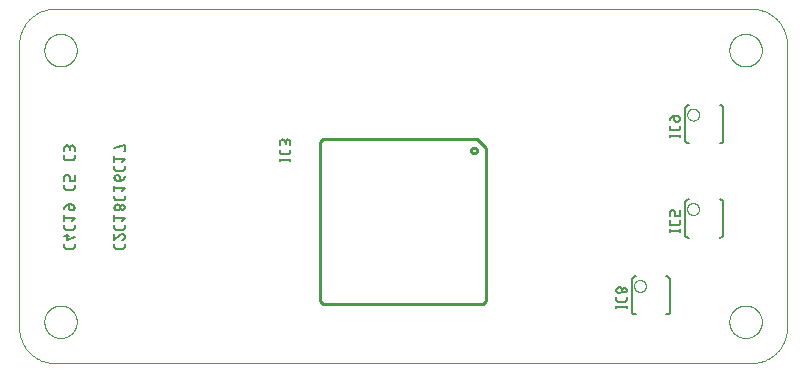
<source format=gbo>
G75*
%MOIN*%
%OFA0B0*%
%FSLAX25Y25*%
%IPPOS*%
%LPD*%
%AMOC8*
5,1,8,0,0,1.08239X$1,22.5*
%
%ADD10C,0.00000*%
%ADD11C,0.00500*%
%ADD12C,0.01000*%
%ADD13C,0.00600*%
%ADD14C,0.00200*%
D10*
X0014543Y0013041D02*
X0246827Y0013041D01*
X0247112Y0013044D01*
X0247398Y0013055D01*
X0247683Y0013072D01*
X0247967Y0013096D01*
X0248251Y0013127D01*
X0248534Y0013165D01*
X0248815Y0013210D01*
X0249096Y0013261D01*
X0249376Y0013319D01*
X0249654Y0013384D01*
X0249930Y0013456D01*
X0250204Y0013534D01*
X0250477Y0013619D01*
X0250747Y0013711D01*
X0251015Y0013809D01*
X0251281Y0013913D01*
X0251544Y0014024D01*
X0251804Y0014141D01*
X0252062Y0014264D01*
X0252316Y0014394D01*
X0252567Y0014530D01*
X0252815Y0014671D01*
X0253059Y0014819D01*
X0253300Y0014972D01*
X0253536Y0015132D01*
X0253769Y0015297D01*
X0253998Y0015467D01*
X0254223Y0015643D01*
X0254443Y0015825D01*
X0254659Y0016011D01*
X0254870Y0016203D01*
X0255077Y0016400D01*
X0255279Y0016602D01*
X0255476Y0016809D01*
X0255668Y0017020D01*
X0255854Y0017236D01*
X0256036Y0017456D01*
X0256212Y0017681D01*
X0256382Y0017910D01*
X0256547Y0018143D01*
X0256707Y0018379D01*
X0256860Y0018620D01*
X0257008Y0018864D01*
X0257149Y0019112D01*
X0257285Y0019363D01*
X0257415Y0019617D01*
X0257538Y0019875D01*
X0257655Y0020135D01*
X0257766Y0020398D01*
X0257870Y0020664D01*
X0257968Y0020932D01*
X0258060Y0021202D01*
X0258145Y0021475D01*
X0258223Y0021749D01*
X0258295Y0022025D01*
X0258360Y0022303D01*
X0258418Y0022583D01*
X0258469Y0022864D01*
X0258514Y0023145D01*
X0258552Y0023428D01*
X0258583Y0023712D01*
X0258607Y0023996D01*
X0258624Y0024281D01*
X0258635Y0024567D01*
X0258638Y0024852D01*
X0258638Y0119340D01*
X0258635Y0119625D01*
X0258624Y0119911D01*
X0258607Y0120196D01*
X0258583Y0120480D01*
X0258552Y0120764D01*
X0258514Y0121047D01*
X0258469Y0121328D01*
X0258418Y0121609D01*
X0258360Y0121889D01*
X0258295Y0122167D01*
X0258223Y0122443D01*
X0258145Y0122717D01*
X0258060Y0122990D01*
X0257968Y0123260D01*
X0257870Y0123528D01*
X0257766Y0123794D01*
X0257655Y0124057D01*
X0257538Y0124317D01*
X0257415Y0124575D01*
X0257285Y0124829D01*
X0257149Y0125080D01*
X0257008Y0125328D01*
X0256860Y0125572D01*
X0256707Y0125813D01*
X0256547Y0126049D01*
X0256382Y0126282D01*
X0256212Y0126511D01*
X0256036Y0126736D01*
X0255854Y0126956D01*
X0255668Y0127172D01*
X0255476Y0127383D01*
X0255279Y0127590D01*
X0255077Y0127792D01*
X0254870Y0127989D01*
X0254659Y0128181D01*
X0254443Y0128367D01*
X0254223Y0128549D01*
X0253998Y0128725D01*
X0253769Y0128895D01*
X0253536Y0129060D01*
X0253300Y0129220D01*
X0253059Y0129373D01*
X0252815Y0129521D01*
X0252567Y0129662D01*
X0252316Y0129798D01*
X0252062Y0129928D01*
X0251804Y0130051D01*
X0251544Y0130168D01*
X0251281Y0130279D01*
X0251015Y0130383D01*
X0250747Y0130481D01*
X0250477Y0130573D01*
X0250204Y0130658D01*
X0249930Y0130736D01*
X0249654Y0130808D01*
X0249376Y0130873D01*
X0249096Y0130931D01*
X0248815Y0130982D01*
X0248534Y0131027D01*
X0248251Y0131065D01*
X0247967Y0131096D01*
X0247683Y0131120D01*
X0247398Y0131137D01*
X0247112Y0131148D01*
X0246827Y0131151D01*
X0014543Y0131151D01*
X0014258Y0131148D01*
X0013972Y0131137D01*
X0013687Y0131120D01*
X0013403Y0131096D01*
X0013119Y0131065D01*
X0012836Y0131027D01*
X0012555Y0130982D01*
X0012274Y0130931D01*
X0011994Y0130873D01*
X0011716Y0130808D01*
X0011440Y0130736D01*
X0011166Y0130658D01*
X0010893Y0130573D01*
X0010623Y0130481D01*
X0010355Y0130383D01*
X0010089Y0130279D01*
X0009826Y0130168D01*
X0009566Y0130051D01*
X0009308Y0129928D01*
X0009054Y0129798D01*
X0008803Y0129662D01*
X0008555Y0129521D01*
X0008311Y0129373D01*
X0008070Y0129220D01*
X0007834Y0129060D01*
X0007601Y0128895D01*
X0007372Y0128725D01*
X0007147Y0128549D01*
X0006927Y0128367D01*
X0006711Y0128181D01*
X0006500Y0127989D01*
X0006293Y0127792D01*
X0006091Y0127590D01*
X0005894Y0127383D01*
X0005702Y0127172D01*
X0005516Y0126956D01*
X0005334Y0126736D01*
X0005158Y0126511D01*
X0004988Y0126282D01*
X0004823Y0126049D01*
X0004663Y0125813D01*
X0004510Y0125572D01*
X0004362Y0125328D01*
X0004221Y0125080D01*
X0004085Y0124829D01*
X0003955Y0124575D01*
X0003832Y0124317D01*
X0003715Y0124057D01*
X0003604Y0123794D01*
X0003500Y0123528D01*
X0003402Y0123260D01*
X0003310Y0122990D01*
X0003225Y0122717D01*
X0003147Y0122443D01*
X0003075Y0122167D01*
X0003010Y0121889D01*
X0002952Y0121609D01*
X0002901Y0121328D01*
X0002856Y0121047D01*
X0002818Y0120764D01*
X0002787Y0120480D01*
X0002763Y0120196D01*
X0002746Y0119911D01*
X0002735Y0119625D01*
X0002732Y0119340D01*
X0002732Y0024852D01*
X0002735Y0024567D01*
X0002746Y0024281D01*
X0002763Y0023996D01*
X0002787Y0023712D01*
X0002818Y0023428D01*
X0002856Y0023145D01*
X0002901Y0022864D01*
X0002952Y0022583D01*
X0003010Y0022303D01*
X0003075Y0022025D01*
X0003147Y0021749D01*
X0003225Y0021475D01*
X0003310Y0021202D01*
X0003402Y0020932D01*
X0003500Y0020664D01*
X0003604Y0020398D01*
X0003715Y0020135D01*
X0003832Y0019875D01*
X0003955Y0019617D01*
X0004085Y0019363D01*
X0004221Y0019112D01*
X0004362Y0018864D01*
X0004510Y0018620D01*
X0004663Y0018379D01*
X0004823Y0018143D01*
X0004988Y0017910D01*
X0005158Y0017681D01*
X0005334Y0017456D01*
X0005516Y0017236D01*
X0005702Y0017020D01*
X0005894Y0016809D01*
X0006091Y0016602D01*
X0006293Y0016400D01*
X0006500Y0016203D01*
X0006711Y0016011D01*
X0006927Y0015825D01*
X0007147Y0015643D01*
X0007372Y0015467D01*
X0007601Y0015297D01*
X0007834Y0015132D01*
X0008070Y0014972D01*
X0008311Y0014819D01*
X0008555Y0014671D01*
X0008803Y0014530D01*
X0009054Y0014394D01*
X0009308Y0014264D01*
X0009566Y0014141D01*
X0009826Y0014024D01*
X0010089Y0013913D01*
X0010355Y0013809D01*
X0010623Y0013711D01*
X0010893Y0013619D01*
X0011166Y0013534D01*
X0011440Y0013456D01*
X0011716Y0013384D01*
X0011994Y0013319D01*
X0012274Y0013261D01*
X0012555Y0013210D01*
X0012836Y0013165D01*
X0013119Y0013127D01*
X0013403Y0013096D01*
X0013687Y0013072D01*
X0013972Y0013055D01*
X0014258Y0013044D01*
X0014543Y0013041D01*
X0011099Y0026820D02*
X0011101Y0026967D01*
X0011107Y0027113D01*
X0011117Y0027259D01*
X0011131Y0027405D01*
X0011149Y0027551D01*
X0011170Y0027696D01*
X0011196Y0027840D01*
X0011226Y0027984D01*
X0011259Y0028126D01*
X0011296Y0028268D01*
X0011337Y0028409D01*
X0011382Y0028548D01*
X0011431Y0028687D01*
X0011483Y0028824D01*
X0011540Y0028959D01*
X0011599Y0029093D01*
X0011663Y0029225D01*
X0011730Y0029355D01*
X0011800Y0029484D01*
X0011874Y0029611D01*
X0011951Y0029735D01*
X0012032Y0029858D01*
X0012116Y0029978D01*
X0012203Y0030096D01*
X0012293Y0030211D01*
X0012386Y0030324D01*
X0012483Y0030435D01*
X0012582Y0030543D01*
X0012684Y0030648D01*
X0012789Y0030750D01*
X0012897Y0030849D01*
X0013008Y0030946D01*
X0013121Y0031039D01*
X0013236Y0031129D01*
X0013354Y0031216D01*
X0013474Y0031300D01*
X0013597Y0031381D01*
X0013721Y0031458D01*
X0013848Y0031532D01*
X0013977Y0031602D01*
X0014107Y0031669D01*
X0014239Y0031733D01*
X0014373Y0031792D01*
X0014508Y0031849D01*
X0014645Y0031901D01*
X0014784Y0031950D01*
X0014923Y0031995D01*
X0015064Y0032036D01*
X0015206Y0032073D01*
X0015348Y0032106D01*
X0015492Y0032136D01*
X0015636Y0032162D01*
X0015781Y0032183D01*
X0015927Y0032201D01*
X0016073Y0032215D01*
X0016219Y0032225D01*
X0016365Y0032231D01*
X0016512Y0032233D01*
X0016659Y0032231D01*
X0016805Y0032225D01*
X0016951Y0032215D01*
X0017097Y0032201D01*
X0017243Y0032183D01*
X0017388Y0032162D01*
X0017532Y0032136D01*
X0017676Y0032106D01*
X0017818Y0032073D01*
X0017960Y0032036D01*
X0018101Y0031995D01*
X0018240Y0031950D01*
X0018379Y0031901D01*
X0018516Y0031849D01*
X0018651Y0031792D01*
X0018785Y0031733D01*
X0018917Y0031669D01*
X0019047Y0031602D01*
X0019176Y0031532D01*
X0019303Y0031458D01*
X0019427Y0031381D01*
X0019550Y0031300D01*
X0019670Y0031216D01*
X0019788Y0031129D01*
X0019903Y0031039D01*
X0020016Y0030946D01*
X0020127Y0030849D01*
X0020235Y0030750D01*
X0020340Y0030648D01*
X0020442Y0030543D01*
X0020541Y0030435D01*
X0020638Y0030324D01*
X0020731Y0030211D01*
X0020821Y0030096D01*
X0020908Y0029978D01*
X0020992Y0029858D01*
X0021073Y0029735D01*
X0021150Y0029611D01*
X0021224Y0029484D01*
X0021294Y0029355D01*
X0021361Y0029225D01*
X0021425Y0029093D01*
X0021484Y0028959D01*
X0021541Y0028824D01*
X0021593Y0028687D01*
X0021642Y0028548D01*
X0021687Y0028409D01*
X0021728Y0028268D01*
X0021765Y0028126D01*
X0021798Y0027984D01*
X0021828Y0027840D01*
X0021854Y0027696D01*
X0021875Y0027551D01*
X0021893Y0027405D01*
X0021907Y0027259D01*
X0021917Y0027113D01*
X0021923Y0026967D01*
X0021925Y0026820D01*
X0021923Y0026673D01*
X0021917Y0026527D01*
X0021907Y0026381D01*
X0021893Y0026235D01*
X0021875Y0026089D01*
X0021854Y0025944D01*
X0021828Y0025800D01*
X0021798Y0025656D01*
X0021765Y0025514D01*
X0021728Y0025372D01*
X0021687Y0025231D01*
X0021642Y0025092D01*
X0021593Y0024953D01*
X0021541Y0024816D01*
X0021484Y0024681D01*
X0021425Y0024547D01*
X0021361Y0024415D01*
X0021294Y0024285D01*
X0021224Y0024156D01*
X0021150Y0024029D01*
X0021073Y0023905D01*
X0020992Y0023782D01*
X0020908Y0023662D01*
X0020821Y0023544D01*
X0020731Y0023429D01*
X0020638Y0023316D01*
X0020541Y0023205D01*
X0020442Y0023097D01*
X0020340Y0022992D01*
X0020235Y0022890D01*
X0020127Y0022791D01*
X0020016Y0022694D01*
X0019903Y0022601D01*
X0019788Y0022511D01*
X0019670Y0022424D01*
X0019550Y0022340D01*
X0019427Y0022259D01*
X0019303Y0022182D01*
X0019176Y0022108D01*
X0019047Y0022038D01*
X0018917Y0021971D01*
X0018785Y0021907D01*
X0018651Y0021848D01*
X0018516Y0021791D01*
X0018379Y0021739D01*
X0018240Y0021690D01*
X0018101Y0021645D01*
X0017960Y0021604D01*
X0017818Y0021567D01*
X0017676Y0021534D01*
X0017532Y0021504D01*
X0017388Y0021478D01*
X0017243Y0021457D01*
X0017097Y0021439D01*
X0016951Y0021425D01*
X0016805Y0021415D01*
X0016659Y0021409D01*
X0016512Y0021407D01*
X0016365Y0021409D01*
X0016219Y0021415D01*
X0016073Y0021425D01*
X0015927Y0021439D01*
X0015781Y0021457D01*
X0015636Y0021478D01*
X0015492Y0021504D01*
X0015348Y0021534D01*
X0015206Y0021567D01*
X0015064Y0021604D01*
X0014923Y0021645D01*
X0014784Y0021690D01*
X0014645Y0021739D01*
X0014508Y0021791D01*
X0014373Y0021848D01*
X0014239Y0021907D01*
X0014107Y0021971D01*
X0013977Y0022038D01*
X0013848Y0022108D01*
X0013721Y0022182D01*
X0013597Y0022259D01*
X0013474Y0022340D01*
X0013354Y0022424D01*
X0013236Y0022511D01*
X0013121Y0022601D01*
X0013008Y0022694D01*
X0012897Y0022791D01*
X0012789Y0022890D01*
X0012684Y0022992D01*
X0012582Y0023097D01*
X0012483Y0023205D01*
X0012386Y0023316D01*
X0012293Y0023429D01*
X0012203Y0023544D01*
X0012116Y0023662D01*
X0012032Y0023782D01*
X0011951Y0023905D01*
X0011874Y0024029D01*
X0011800Y0024156D01*
X0011730Y0024285D01*
X0011663Y0024415D01*
X0011599Y0024547D01*
X0011540Y0024681D01*
X0011483Y0024816D01*
X0011431Y0024953D01*
X0011382Y0025092D01*
X0011337Y0025231D01*
X0011296Y0025372D01*
X0011259Y0025514D01*
X0011226Y0025656D01*
X0011196Y0025800D01*
X0011170Y0025944D01*
X0011149Y0026089D01*
X0011131Y0026235D01*
X0011117Y0026381D01*
X0011107Y0026527D01*
X0011101Y0026673D01*
X0011099Y0026820D01*
X0011099Y0117371D02*
X0011101Y0117518D01*
X0011107Y0117664D01*
X0011117Y0117810D01*
X0011131Y0117956D01*
X0011149Y0118102D01*
X0011170Y0118247D01*
X0011196Y0118391D01*
X0011226Y0118535D01*
X0011259Y0118677D01*
X0011296Y0118819D01*
X0011337Y0118960D01*
X0011382Y0119099D01*
X0011431Y0119238D01*
X0011483Y0119375D01*
X0011540Y0119510D01*
X0011599Y0119644D01*
X0011663Y0119776D01*
X0011730Y0119906D01*
X0011800Y0120035D01*
X0011874Y0120162D01*
X0011951Y0120286D01*
X0012032Y0120409D01*
X0012116Y0120529D01*
X0012203Y0120647D01*
X0012293Y0120762D01*
X0012386Y0120875D01*
X0012483Y0120986D01*
X0012582Y0121094D01*
X0012684Y0121199D01*
X0012789Y0121301D01*
X0012897Y0121400D01*
X0013008Y0121497D01*
X0013121Y0121590D01*
X0013236Y0121680D01*
X0013354Y0121767D01*
X0013474Y0121851D01*
X0013597Y0121932D01*
X0013721Y0122009D01*
X0013848Y0122083D01*
X0013977Y0122153D01*
X0014107Y0122220D01*
X0014239Y0122284D01*
X0014373Y0122343D01*
X0014508Y0122400D01*
X0014645Y0122452D01*
X0014784Y0122501D01*
X0014923Y0122546D01*
X0015064Y0122587D01*
X0015206Y0122624D01*
X0015348Y0122657D01*
X0015492Y0122687D01*
X0015636Y0122713D01*
X0015781Y0122734D01*
X0015927Y0122752D01*
X0016073Y0122766D01*
X0016219Y0122776D01*
X0016365Y0122782D01*
X0016512Y0122784D01*
X0016659Y0122782D01*
X0016805Y0122776D01*
X0016951Y0122766D01*
X0017097Y0122752D01*
X0017243Y0122734D01*
X0017388Y0122713D01*
X0017532Y0122687D01*
X0017676Y0122657D01*
X0017818Y0122624D01*
X0017960Y0122587D01*
X0018101Y0122546D01*
X0018240Y0122501D01*
X0018379Y0122452D01*
X0018516Y0122400D01*
X0018651Y0122343D01*
X0018785Y0122284D01*
X0018917Y0122220D01*
X0019047Y0122153D01*
X0019176Y0122083D01*
X0019303Y0122009D01*
X0019427Y0121932D01*
X0019550Y0121851D01*
X0019670Y0121767D01*
X0019788Y0121680D01*
X0019903Y0121590D01*
X0020016Y0121497D01*
X0020127Y0121400D01*
X0020235Y0121301D01*
X0020340Y0121199D01*
X0020442Y0121094D01*
X0020541Y0120986D01*
X0020638Y0120875D01*
X0020731Y0120762D01*
X0020821Y0120647D01*
X0020908Y0120529D01*
X0020992Y0120409D01*
X0021073Y0120286D01*
X0021150Y0120162D01*
X0021224Y0120035D01*
X0021294Y0119906D01*
X0021361Y0119776D01*
X0021425Y0119644D01*
X0021484Y0119510D01*
X0021541Y0119375D01*
X0021593Y0119238D01*
X0021642Y0119099D01*
X0021687Y0118960D01*
X0021728Y0118819D01*
X0021765Y0118677D01*
X0021798Y0118535D01*
X0021828Y0118391D01*
X0021854Y0118247D01*
X0021875Y0118102D01*
X0021893Y0117956D01*
X0021907Y0117810D01*
X0021917Y0117664D01*
X0021923Y0117518D01*
X0021925Y0117371D01*
X0021923Y0117224D01*
X0021917Y0117078D01*
X0021907Y0116932D01*
X0021893Y0116786D01*
X0021875Y0116640D01*
X0021854Y0116495D01*
X0021828Y0116351D01*
X0021798Y0116207D01*
X0021765Y0116065D01*
X0021728Y0115923D01*
X0021687Y0115782D01*
X0021642Y0115643D01*
X0021593Y0115504D01*
X0021541Y0115367D01*
X0021484Y0115232D01*
X0021425Y0115098D01*
X0021361Y0114966D01*
X0021294Y0114836D01*
X0021224Y0114707D01*
X0021150Y0114580D01*
X0021073Y0114456D01*
X0020992Y0114333D01*
X0020908Y0114213D01*
X0020821Y0114095D01*
X0020731Y0113980D01*
X0020638Y0113867D01*
X0020541Y0113756D01*
X0020442Y0113648D01*
X0020340Y0113543D01*
X0020235Y0113441D01*
X0020127Y0113342D01*
X0020016Y0113245D01*
X0019903Y0113152D01*
X0019788Y0113062D01*
X0019670Y0112975D01*
X0019550Y0112891D01*
X0019427Y0112810D01*
X0019303Y0112733D01*
X0019176Y0112659D01*
X0019047Y0112589D01*
X0018917Y0112522D01*
X0018785Y0112458D01*
X0018651Y0112399D01*
X0018516Y0112342D01*
X0018379Y0112290D01*
X0018240Y0112241D01*
X0018101Y0112196D01*
X0017960Y0112155D01*
X0017818Y0112118D01*
X0017676Y0112085D01*
X0017532Y0112055D01*
X0017388Y0112029D01*
X0017243Y0112008D01*
X0017097Y0111990D01*
X0016951Y0111976D01*
X0016805Y0111966D01*
X0016659Y0111960D01*
X0016512Y0111958D01*
X0016365Y0111960D01*
X0016219Y0111966D01*
X0016073Y0111976D01*
X0015927Y0111990D01*
X0015781Y0112008D01*
X0015636Y0112029D01*
X0015492Y0112055D01*
X0015348Y0112085D01*
X0015206Y0112118D01*
X0015064Y0112155D01*
X0014923Y0112196D01*
X0014784Y0112241D01*
X0014645Y0112290D01*
X0014508Y0112342D01*
X0014373Y0112399D01*
X0014239Y0112458D01*
X0014107Y0112522D01*
X0013977Y0112589D01*
X0013848Y0112659D01*
X0013721Y0112733D01*
X0013597Y0112810D01*
X0013474Y0112891D01*
X0013354Y0112975D01*
X0013236Y0113062D01*
X0013121Y0113152D01*
X0013008Y0113245D01*
X0012897Y0113342D01*
X0012789Y0113441D01*
X0012684Y0113543D01*
X0012582Y0113648D01*
X0012483Y0113756D01*
X0012386Y0113867D01*
X0012293Y0113980D01*
X0012203Y0114095D01*
X0012116Y0114213D01*
X0012032Y0114333D01*
X0011951Y0114456D01*
X0011874Y0114580D01*
X0011800Y0114707D01*
X0011730Y0114836D01*
X0011663Y0114966D01*
X0011599Y0115098D01*
X0011540Y0115232D01*
X0011483Y0115367D01*
X0011431Y0115504D01*
X0011382Y0115643D01*
X0011337Y0115782D01*
X0011296Y0115923D01*
X0011259Y0116065D01*
X0011226Y0116207D01*
X0011196Y0116351D01*
X0011170Y0116495D01*
X0011149Y0116640D01*
X0011131Y0116786D01*
X0011117Y0116932D01*
X0011107Y0117078D01*
X0011101Y0117224D01*
X0011099Y0117371D01*
X0239445Y0117371D02*
X0239447Y0117518D01*
X0239453Y0117664D01*
X0239463Y0117810D01*
X0239477Y0117956D01*
X0239495Y0118102D01*
X0239516Y0118247D01*
X0239542Y0118391D01*
X0239572Y0118535D01*
X0239605Y0118677D01*
X0239642Y0118819D01*
X0239683Y0118960D01*
X0239728Y0119099D01*
X0239777Y0119238D01*
X0239829Y0119375D01*
X0239886Y0119510D01*
X0239945Y0119644D01*
X0240009Y0119776D01*
X0240076Y0119906D01*
X0240146Y0120035D01*
X0240220Y0120162D01*
X0240297Y0120286D01*
X0240378Y0120409D01*
X0240462Y0120529D01*
X0240549Y0120647D01*
X0240639Y0120762D01*
X0240732Y0120875D01*
X0240829Y0120986D01*
X0240928Y0121094D01*
X0241030Y0121199D01*
X0241135Y0121301D01*
X0241243Y0121400D01*
X0241354Y0121497D01*
X0241467Y0121590D01*
X0241582Y0121680D01*
X0241700Y0121767D01*
X0241820Y0121851D01*
X0241943Y0121932D01*
X0242067Y0122009D01*
X0242194Y0122083D01*
X0242323Y0122153D01*
X0242453Y0122220D01*
X0242585Y0122284D01*
X0242719Y0122343D01*
X0242854Y0122400D01*
X0242991Y0122452D01*
X0243130Y0122501D01*
X0243269Y0122546D01*
X0243410Y0122587D01*
X0243552Y0122624D01*
X0243694Y0122657D01*
X0243838Y0122687D01*
X0243982Y0122713D01*
X0244127Y0122734D01*
X0244273Y0122752D01*
X0244419Y0122766D01*
X0244565Y0122776D01*
X0244711Y0122782D01*
X0244858Y0122784D01*
X0245005Y0122782D01*
X0245151Y0122776D01*
X0245297Y0122766D01*
X0245443Y0122752D01*
X0245589Y0122734D01*
X0245734Y0122713D01*
X0245878Y0122687D01*
X0246022Y0122657D01*
X0246164Y0122624D01*
X0246306Y0122587D01*
X0246447Y0122546D01*
X0246586Y0122501D01*
X0246725Y0122452D01*
X0246862Y0122400D01*
X0246997Y0122343D01*
X0247131Y0122284D01*
X0247263Y0122220D01*
X0247393Y0122153D01*
X0247522Y0122083D01*
X0247649Y0122009D01*
X0247773Y0121932D01*
X0247896Y0121851D01*
X0248016Y0121767D01*
X0248134Y0121680D01*
X0248249Y0121590D01*
X0248362Y0121497D01*
X0248473Y0121400D01*
X0248581Y0121301D01*
X0248686Y0121199D01*
X0248788Y0121094D01*
X0248887Y0120986D01*
X0248984Y0120875D01*
X0249077Y0120762D01*
X0249167Y0120647D01*
X0249254Y0120529D01*
X0249338Y0120409D01*
X0249419Y0120286D01*
X0249496Y0120162D01*
X0249570Y0120035D01*
X0249640Y0119906D01*
X0249707Y0119776D01*
X0249771Y0119644D01*
X0249830Y0119510D01*
X0249887Y0119375D01*
X0249939Y0119238D01*
X0249988Y0119099D01*
X0250033Y0118960D01*
X0250074Y0118819D01*
X0250111Y0118677D01*
X0250144Y0118535D01*
X0250174Y0118391D01*
X0250200Y0118247D01*
X0250221Y0118102D01*
X0250239Y0117956D01*
X0250253Y0117810D01*
X0250263Y0117664D01*
X0250269Y0117518D01*
X0250271Y0117371D01*
X0250269Y0117224D01*
X0250263Y0117078D01*
X0250253Y0116932D01*
X0250239Y0116786D01*
X0250221Y0116640D01*
X0250200Y0116495D01*
X0250174Y0116351D01*
X0250144Y0116207D01*
X0250111Y0116065D01*
X0250074Y0115923D01*
X0250033Y0115782D01*
X0249988Y0115643D01*
X0249939Y0115504D01*
X0249887Y0115367D01*
X0249830Y0115232D01*
X0249771Y0115098D01*
X0249707Y0114966D01*
X0249640Y0114836D01*
X0249570Y0114707D01*
X0249496Y0114580D01*
X0249419Y0114456D01*
X0249338Y0114333D01*
X0249254Y0114213D01*
X0249167Y0114095D01*
X0249077Y0113980D01*
X0248984Y0113867D01*
X0248887Y0113756D01*
X0248788Y0113648D01*
X0248686Y0113543D01*
X0248581Y0113441D01*
X0248473Y0113342D01*
X0248362Y0113245D01*
X0248249Y0113152D01*
X0248134Y0113062D01*
X0248016Y0112975D01*
X0247896Y0112891D01*
X0247773Y0112810D01*
X0247649Y0112733D01*
X0247522Y0112659D01*
X0247393Y0112589D01*
X0247263Y0112522D01*
X0247131Y0112458D01*
X0246997Y0112399D01*
X0246862Y0112342D01*
X0246725Y0112290D01*
X0246586Y0112241D01*
X0246447Y0112196D01*
X0246306Y0112155D01*
X0246164Y0112118D01*
X0246022Y0112085D01*
X0245878Y0112055D01*
X0245734Y0112029D01*
X0245589Y0112008D01*
X0245443Y0111990D01*
X0245297Y0111976D01*
X0245151Y0111966D01*
X0245005Y0111960D01*
X0244858Y0111958D01*
X0244711Y0111960D01*
X0244565Y0111966D01*
X0244419Y0111976D01*
X0244273Y0111990D01*
X0244127Y0112008D01*
X0243982Y0112029D01*
X0243838Y0112055D01*
X0243694Y0112085D01*
X0243552Y0112118D01*
X0243410Y0112155D01*
X0243269Y0112196D01*
X0243130Y0112241D01*
X0242991Y0112290D01*
X0242854Y0112342D01*
X0242719Y0112399D01*
X0242585Y0112458D01*
X0242453Y0112522D01*
X0242323Y0112589D01*
X0242194Y0112659D01*
X0242067Y0112733D01*
X0241943Y0112810D01*
X0241820Y0112891D01*
X0241700Y0112975D01*
X0241582Y0113062D01*
X0241467Y0113152D01*
X0241354Y0113245D01*
X0241243Y0113342D01*
X0241135Y0113441D01*
X0241030Y0113543D01*
X0240928Y0113648D01*
X0240829Y0113756D01*
X0240732Y0113867D01*
X0240639Y0113980D01*
X0240549Y0114095D01*
X0240462Y0114213D01*
X0240378Y0114333D01*
X0240297Y0114456D01*
X0240220Y0114580D01*
X0240146Y0114707D01*
X0240076Y0114836D01*
X0240009Y0114966D01*
X0239945Y0115098D01*
X0239886Y0115232D01*
X0239829Y0115367D01*
X0239777Y0115504D01*
X0239728Y0115643D01*
X0239683Y0115782D01*
X0239642Y0115923D01*
X0239605Y0116065D01*
X0239572Y0116207D01*
X0239542Y0116351D01*
X0239516Y0116495D01*
X0239495Y0116640D01*
X0239477Y0116786D01*
X0239463Y0116932D01*
X0239453Y0117078D01*
X0239447Y0117224D01*
X0239445Y0117371D01*
X0239445Y0026820D02*
X0239447Y0026967D01*
X0239453Y0027113D01*
X0239463Y0027259D01*
X0239477Y0027405D01*
X0239495Y0027551D01*
X0239516Y0027696D01*
X0239542Y0027840D01*
X0239572Y0027984D01*
X0239605Y0028126D01*
X0239642Y0028268D01*
X0239683Y0028409D01*
X0239728Y0028548D01*
X0239777Y0028687D01*
X0239829Y0028824D01*
X0239886Y0028959D01*
X0239945Y0029093D01*
X0240009Y0029225D01*
X0240076Y0029355D01*
X0240146Y0029484D01*
X0240220Y0029611D01*
X0240297Y0029735D01*
X0240378Y0029858D01*
X0240462Y0029978D01*
X0240549Y0030096D01*
X0240639Y0030211D01*
X0240732Y0030324D01*
X0240829Y0030435D01*
X0240928Y0030543D01*
X0241030Y0030648D01*
X0241135Y0030750D01*
X0241243Y0030849D01*
X0241354Y0030946D01*
X0241467Y0031039D01*
X0241582Y0031129D01*
X0241700Y0031216D01*
X0241820Y0031300D01*
X0241943Y0031381D01*
X0242067Y0031458D01*
X0242194Y0031532D01*
X0242323Y0031602D01*
X0242453Y0031669D01*
X0242585Y0031733D01*
X0242719Y0031792D01*
X0242854Y0031849D01*
X0242991Y0031901D01*
X0243130Y0031950D01*
X0243269Y0031995D01*
X0243410Y0032036D01*
X0243552Y0032073D01*
X0243694Y0032106D01*
X0243838Y0032136D01*
X0243982Y0032162D01*
X0244127Y0032183D01*
X0244273Y0032201D01*
X0244419Y0032215D01*
X0244565Y0032225D01*
X0244711Y0032231D01*
X0244858Y0032233D01*
X0245005Y0032231D01*
X0245151Y0032225D01*
X0245297Y0032215D01*
X0245443Y0032201D01*
X0245589Y0032183D01*
X0245734Y0032162D01*
X0245878Y0032136D01*
X0246022Y0032106D01*
X0246164Y0032073D01*
X0246306Y0032036D01*
X0246447Y0031995D01*
X0246586Y0031950D01*
X0246725Y0031901D01*
X0246862Y0031849D01*
X0246997Y0031792D01*
X0247131Y0031733D01*
X0247263Y0031669D01*
X0247393Y0031602D01*
X0247522Y0031532D01*
X0247649Y0031458D01*
X0247773Y0031381D01*
X0247896Y0031300D01*
X0248016Y0031216D01*
X0248134Y0031129D01*
X0248249Y0031039D01*
X0248362Y0030946D01*
X0248473Y0030849D01*
X0248581Y0030750D01*
X0248686Y0030648D01*
X0248788Y0030543D01*
X0248887Y0030435D01*
X0248984Y0030324D01*
X0249077Y0030211D01*
X0249167Y0030096D01*
X0249254Y0029978D01*
X0249338Y0029858D01*
X0249419Y0029735D01*
X0249496Y0029611D01*
X0249570Y0029484D01*
X0249640Y0029355D01*
X0249707Y0029225D01*
X0249771Y0029093D01*
X0249830Y0028959D01*
X0249887Y0028824D01*
X0249939Y0028687D01*
X0249988Y0028548D01*
X0250033Y0028409D01*
X0250074Y0028268D01*
X0250111Y0028126D01*
X0250144Y0027984D01*
X0250174Y0027840D01*
X0250200Y0027696D01*
X0250221Y0027551D01*
X0250239Y0027405D01*
X0250253Y0027259D01*
X0250263Y0027113D01*
X0250269Y0026967D01*
X0250271Y0026820D01*
X0250269Y0026673D01*
X0250263Y0026527D01*
X0250253Y0026381D01*
X0250239Y0026235D01*
X0250221Y0026089D01*
X0250200Y0025944D01*
X0250174Y0025800D01*
X0250144Y0025656D01*
X0250111Y0025514D01*
X0250074Y0025372D01*
X0250033Y0025231D01*
X0249988Y0025092D01*
X0249939Y0024953D01*
X0249887Y0024816D01*
X0249830Y0024681D01*
X0249771Y0024547D01*
X0249707Y0024415D01*
X0249640Y0024285D01*
X0249570Y0024156D01*
X0249496Y0024029D01*
X0249419Y0023905D01*
X0249338Y0023782D01*
X0249254Y0023662D01*
X0249167Y0023544D01*
X0249077Y0023429D01*
X0248984Y0023316D01*
X0248887Y0023205D01*
X0248788Y0023097D01*
X0248686Y0022992D01*
X0248581Y0022890D01*
X0248473Y0022791D01*
X0248362Y0022694D01*
X0248249Y0022601D01*
X0248134Y0022511D01*
X0248016Y0022424D01*
X0247896Y0022340D01*
X0247773Y0022259D01*
X0247649Y0022182D01*
X0247522Y0022108D01*
X0247393Y0022038D01*
X0247263Y0021971D01*
X0247131Y0021907D01*
X0246997Y0021848D01*
X0246862Y0021791D01*
X0246725Y0021739D01*
X0246586Y0021690D01*
X0246447Y0021645D01*
X0246306Y0021604D01*
X0246164Y0021567D01*
X0246022Y0021534D01*
X0245878Y0021504D01*
X0245734Y0021478D01*
X0245589Y0021457D01*
X0245443Y0021439D01*
X0245297Y0021425D01*
X0245151Y0021415D01*
X0245005Y0021409D01*
X0244858Y0021407D01*
X0244711Y0021409D01*
X0244565Y0021415D01*
X0244419Y0021425D01*
X0244273Y0021439D01*
X0244127Y0021457D01*
X0243982Y0021478D01*
X0243838Y0021504D01*
X0243694Y0021534D01*
X0243552Y0021567D01*
X0243410Y0021604D01*
X0243269Y0021645D01*
X0243130Y0021690D01*
X0242991Y0021739D01*
X0242854Y0021791D01*
X0242719Y0021848D01*
X0242585Y0021907D01*
X0242453Y0021971D01*
X0242323Y0022038D01*
X0242194Y0022108D01*
X0242067Y0022182D01*
X0241943Y0022259D01*
X0241820Y0022340D01*
X0241700Y0022424D01*
X0241582Y0022511D01*
X0241467Y0022601D01*
X0241354Y0022694D01*
X0241243Y0022791D01*
X0241135Y0022890D01*
X0241030Y0022992D01*
X0240928Y0023097D01*
X0240829Y0023205D01*
X0240732Y0023316D01*
X0240639Y0023429D01*
X0240549Y0023544D01*
X0240462Y0023662D01*
X0240378Y0023782D01*
X0240297Y0023905D01*
X0240220Y0024029D01*
X0240146Y0024156D01*
X0240076Y0024285D01*
X0240009Y0024415D01*
X0239945Y0024547D01*
X0239886Y0024681D01*
X0239829Y0024816D01*
X0239777Y0024953D01*
X0239728Y0025092D01*
X0239683Y0025231D01*
X0239642Y0025372D01*
X0239605Y0025514D01*
X0239572Y0025656D01*
X0239542Y0025800D01*
X0239516Y0025944D01*
X0239495Y0026089D01*
X0239477Y0026235D01*
X0239463Y0026381D01*
X0239453Y0026527D01*
X0239447Y0026673D01*
X0239445Y0026820D01*
D11*
X0205238Y0031257D02*
X0205238Y0032021D01*
X0205238Y0031639D02*
X0201801Y0031639D01*
X0201801Y0031257D02*
X0201801Y0032021D01*
X0202565Y0033506D02*
X0204474Y0033506D01*
X0204474Y0033505D02*
X0204529Y0033507D01*
X0204583Y0033513D01*
X0204636Y0033522D01*
X0204689Y0033536D01*
X0204741Y0033553D01*
X0204791Y0033574D01*
X0204840Y0033598D01*
X0204887Y0033626D01*
X0204932Y0033657D01*
X0204974Y0033692D01*
X0205014Y0033729D01*
X0205051Y0033769D01*
X0205086Y0033811D01*
X0205117Y0033856D01*
X0205145Y0033903D01*
X0205169Y0033952D01*
X0205190Y0034002D01*
X0205207Y0034054D01*
X0205221Y0034107D01*
X0205230Y0034160D01*
X0205236Y0034214D01*
X0205238Y0034269D01*
X0205238Y0035033D01*
X0202565Y0033505D02*
X0202510Y0033507D01*
X0202456Y0033513D01*
X0202403Y0033522D01*
X0202350Y0033536D01*
X0202298Y0033553D01*
X0202248Y0033574D01*
X0202199Y0033598D01*
X0202152Y0033626D01*
X0202107Y0033657D01*
X0202065Y0033692D01*
X0202025Y0033729D01*
X0201988Y0033769D01*
X0201953Y0033811D01*
X0201922Y0033856D01*
X0201894Y0033903D01*
X0201870Y0033952D01*
X0201849Y0034002D01*
X0201832Y0034054D01*
X0201818Y0034107D01*
X0201809Y0034160D01*
X0201803Y0034214D01*
X0201801Y0034269D01*
X0201801Y0035033D01*
X0202756Y0036471D02*
X0202696Y0036473D01*
X0202636Y0036479D01*
X0202577Y0036488D01*
X0202519Y0036501D01*
X0202461Y0036518D01*
X0202404Y0036538D01*
X0202349Y0036562D01*
X0202296Y0036589D01*
X0202244Y0036620D01*
X0202195Y0036653D01*
X0202147Y0036690D01*
X0202102Y0036730D01*
X0202060Y0036772D01*
X0202020Y0036817D01*
X0201983Y0036865D01*
X0201950Y0036914D01*
X0201919Y0036966D01*
X0201892Y0037019D01*
X0201868Y0037074D01*
X0201848Y0037131D01*
X0201831Y0037189D01*
X0201818Y0037247D01*
X0201809Y0037306D01*
X0201803Y0037366D01*
X0201801Y0037426D01*
X0201803Y0037486D01*
X0201809Y0037546D01*
X0201818Y0037605D01*
X0201831Y0037663D01*
X0201848Y0037721D01*
X0201868Y0037778D01*
X0201892Y0037833D01*
X0201919Y0037886D01*
X0201950Y0037938D01*
X0201983Y0037987D01*
X0202020Y0038035D01*
X0202060Y0038080D01*
X0202102Y0038122D01*
X0202147Y0038162D01*
X0202195Y0038199D01*
X0202244Y0038232D01*
X0202296Y0038263D01*
X0202349Y0038290D01*
X0202404Y0038314D01*
X0202461Y0038334D01*
X0202519Y0038351D01*
X0202577Y0038364D01*
X0202636Y0038373D01*
X0202696Y0038379D01*
X0202756Y0038381D01*
X0202816Y0038379D01*
X0202876Y0038373D01*
X0202935Y0038364D01*
X0202993Y0038351D01*
X0203051Y0038334D01*
X0203108Y0038314D01*
X0203163Y0038290D01*
X0203216Y0038263D01*
X0203268Y0038232D01*
X0203317Y0038199D01*
X0203365Y0038162D01*
X0203410Y0038122D01*
X0203452Y0038080D01*
X0203492Y0038035D01*
X0203529Y0037987D01*
X0203562Y0037938D01*
X0203593Y0037886D01*
X0203620Y0037833D01*
X0203644Y0037778D01*
X0203664Y0037721D01*
X0203681Y0037663D01*
X0203694Y0037605D01*
X0203703Y0037546D01*
X0203709Y0037486D01*
X0203711Y0037426D01*
X0203709Y0037366D01*
X0203703Y0037306D01*
X0203694Y0037247D01*
X0203681Y0037189D01*
X0203664Y0037131D01*
X0203644Y0037074D01*
X0203620Y0037019D01*
X0203593Y0036966D01*
X0203562Y0036914D01*
X0203529Y0036865D01*
X0203492Y0036817D01*
X0203452Y0036772D01*
X0203410Y0036730D01*
X0203365Y0036690D01*
X0203317Y0036653D01*
X0203268Y0036620D01*
X0203216Y0036589D01*
X0203163Y0036562D01*
X0203108Y0036538D01*
X0203051Y0036518D01*
X0202993Y0036501D01*
X0202935Y0036488D01*
X0202876Y0036479D01*
X0202816Y0036473D01*
X0202756Y0036471D01*
X0204474Y0036662D02*
X0204419Y0036664D01*
X0204365Y0036670D01*
X0204312Y0036679D01*
X0204259Y0036693D01*
X0204207Y0036710D01*
X0204157Y0036731D01*
X0204108Y0036755D01*
X0204061Y0036783D01*
X0204016Y0036814D01*
X0203974Y0036849D01*
X0203934Y0036886D01*
X0203897Y0036926D01*
X0203862Y0036968D01*
X0203831Y0037013D01*
X0203803Y0037060D01*
X0203779Y0037109D01*
X0203758Y0037159D01*
X0203741Y0037211D01*
X0203727Y0037264D01*
X0203718Y0037317D01*
X0203712Y0037371D01*
X0203710Y0037426D01*
X0203712Y0037481D01*
X0203718Y0037535D01*
X0203727Y0037588D01*
X0203741Y0037641D01*
X0203758Y0037693D01*
X0203779Y0037743D01*
X0203803Y0037792D01*
X0203831Y0037839D01*
X0203862Y0037884D01*
X0203897Y0037926D01*
X0203934Y0037966D01*
X0203974Y0038003D01*
X0204016Y0038038D01*
X0204061Y0038069D01*
X0204108Y0038097D01*
X0204157Y0038121D01*
X0204207Y0038142D01*
X0204259Y0038159D01*
X0204312Y0038173D01*
X0204365Y0038182D01*
X0204419Y0038188D01*
X0204474Y0038190D01*
X0204529Y0038188D01*
X0204583Y0038182D01*
X0204636Y0038173D01*
X0204689Y0038159D01*
X0204741Y0038142D01*
X0204791Y0038121D01*
X0204840Y0038097D01*
X0204887Y0038069D01*
X0204932Y0038038D01*
X0204974Y0038003D01*
X0205014Y0037966D01*
X0205051Y0037926D01*
X0205086Y0037884D01*
X0205117Y0037839D01*
X0205145Y0037792D01*
X0205169Y0037743D01*
X0205190Y0037693D01*
X0205207Y0037641D01*
X0205221Y0037588D01*
X0205230Y0037535D01*
X0205236Y0037481D01*
X0205238Y0037426D01*
X0205236Y0037371D01*
X0205230Y0037317D01*
X0205221Y0037264D01*
X0205207Y0037211D01*
X0205190Y0037159D01*
X0205169Y0037109D01*
X0205145Y0037060D01*
X0205117Y0037013D01*
X0205086Y0036968D01*
X0205051Y0036926D01*
X0205014Y0036886D01*
X0204974Y0036849D01*
X0204932Y0036814D01*
X0204887Y0036783D01*
X0204840Y0036755D01*
X0204791Y0036731D01*
X0204741Y0036710D01*
X0204689Y0036693D01*
X0204636Y0036679D01*
X0204583Y0036670D01*
X0204529Y0036664D01*
X0204474Y0036662D01*
X0219518Y0056848D02*
X0219518Y0057611D01*
X0219518Y0057230D02*
X0222955Y0057230D01*
X0222955Y0057611D02*
X0222955Y0056848D01*
X0222191Y0059096D02*
X0220281Y0059096D01*
X0220226Y0059098D01*
X0220172Y0059104D01*
X0220119Y0059113D01*
X0220066Y0059127D01*
X0220014Y0059144D01*
X0219964Y0059165D01*
X0219915Y0059189D01*
X0219868Y0059217D01*
X0219823Y0059248D01*
X0219781Y0059283D01*
X0219741Y0059320D01*
X0219704Y0059360D01*
X0219669Y0059402D01*
X0219638Y0059447D01*
X0219610Y0059494D01*
X0219586Y0059543D01*
X0219565Y0059593D01*
X0219548Y0059645D01*
X0219534Y0059698D01*
X0219525Y0059751D01*
X0219519Y0059805D01*
X0219517Y0059860D01*
X0219518Y0059860D02*
X0219518Y0060624D01*
X0219518Y0062062D02*
X0219518Y0063208D01*
X0219517Y0063208D02*
X0219519Y0063263D01*
X0219525Y0063317D01*
X0219534Y0063370D01*
X0219548Y0063423D01*
X0219565Y0063475D01*
X0219586Y0063525D01*
X0219610Y0063574D01*
X0219638Y0063621D01*
X0219669Y0063666D01*
X0219704Y0063708D01*
X0219741Y0063748D01*
X0219781Y0063785D01*
X0219823Y0063820D01*
X0219868Y0063851D01*
X0219915Y0063879D01*
X0219964Y0063903D01*
X0220014Y0063924D01*
X0220066Y0063941D01*
X0220119Y0063955D01*
X0220172Y0063964D01*
X0220226Y0063970D01*
X0220281Y0063972D01*
X0220663Y0063972D01*
X0220718Y0063970D01*
X0220772Y0063964D01*
X0220825Y0063955D01*
X0220878Y0063941D01*
X0220930Y0063924D01*
X0220980Y0063903D01*
X0221029Y0063879D01*
X0221076Y0063851D01*
X0221121Y0063820D01*
X0221163Y0063785D01*
X0221203Y0063748D01*
X0221240Y0063708D01*
X0221275Y0063666D01*
X0221306Y0063621D01*
X0221334Y0063574D01*
X0221358Y0063525D01*
X0221379Y0063475D01*
X0221396Y0063423D01*
X0221410Y0063370D01*
X0221419Y0063317D01*
X0221425Y0063263D01*
X0221427Y0063208D01*
X0221427Y0062062D01*
X0222955Y0062062D01*
X0222955Y0063972D01*
X0222955Y0060624D02*
X0222955Y0059860D01*
X0222953Y0059805D01*
X0222947Y0059751D01*
X0222938Y0059698D01*
X0222924Y0059645D01*
X0222907Y0059593D01*
X0222886Y0059543D01*
X0222862Y0059494D01*
X0222834Y0059447D01*
X0222803Y0059402D01*
X0222768Y0059360D01*
X0222731Y0059320D01*
X0222691Y0059283D01*
X0222649Y0059248D01*
X0222604Y0059217D01*
X0222557Y0059189D01*
X0222508Y0059165D01*
X0222458Y0059144D01*
X0222406Y0059127D01*
X0222353Y0059113D01*
X0222300Y0059104D01*
X0222246Y0059098D01*
X0222191Y0059096D01*
X0222955Y0088344D02*
X0222955Y0089107D01*
X0222955Y0088726D02*
X0219518Y0088726D01*
X0219518Y0089107D02*
X0219518Y0088344D01*
X0220281Y0090592D02*
X0222191Y0090592D01*
X0222246Y0090594D01*
X0222300Y0090600D01*
X0222353Y0090609D01*
X0222406Y0090623D01*
X0222458Y0090640D01*
X0222508Y0090661D01*
X0222557Y0090685D01*
X0222604Y0090713D01*
X0222649Y0090744D01*
X0222691Y0090779D01*
X0222731Y0090816D01*
X0222768Y0090856D01*
X0222803Y0090898D01*
X0222834Y0090943D01*
X0222862Y0090990D01*
X0222886Y0091039D01*
X0222907Y0091089D01*
X0222924Y0091141D01*
X0222938Y0091194D01*
X0222947Y0091247D01*
X0222953Y0091301D01*
X0222955Y0091356D01*
X0222955Y0092120D01*
X0222000Y0093558D02*
X0221809Y0093558D01*
X0221754Y0093560D01*
X0221700Y0093566D01*
X0221647Y0093575D01*
X0221594Y0093589D01*
X0221542Y0093606D01*
X0221492Y0093627D01*
X0221443Y0093651D01*
X0221396Y0093679D01*
X0221351Y0093710D01*
X0221309Y0093745D01*
X0221269Y0093782D01*
X0221232Y0093822D01*
X0221197Y0093864D01*
X0221166Y0093909D01*
X0221138Y0093956D01*
X0221114Y0094005D01*
X0221093Y0094055D01*
X0221076Y0094107D01*
X0221062Y0094160D01*
X0221053Y0094213D01*
X0221047Y0094267D01*
X0221045Y0094322D01*
X0221045Y0095468D01*
X0222000Y0095468D01*
X0222060Y0095466D01*
X0222120Y0095460D01*
X0222179Y0095451D01*
X0222237Y0095438D01*
X0222295Y0095421D01*
X0222352Y0095401D01*
X0222407Y0095377D01*
X0222460Y0095350D01*
X0222512Y0095319D01*
X0222561Y0095286D01*
X0222609Y0095249D01*
X0222654Y0095209D01*
X0222696Y0095167D01*
X0222736Y0095122D01*
X0222773Y0095074D01*
X0222806Y0095025D01*
X0222837Y0094973D01*
X0222864Y0094920D01*
X0222888Y0094865D01*
X0222908Y0094808D01*
X0222925Y0094750D01*
X0222938Y0094692D01*
X0222947Y0094633D01*
X0222953Y0094573D01*
X0222955Y0094513D01*
X0222953Y0094453D01*
X0222947Y0094393D01*
X0222938Y0094334D01*
X0222925Y0094276D01*
X0222908Y0094218D01*
X0222888Y0094161D01*
X0222864Y0094106D01*
X0222837Y0094053D01*
X0222806Y0094001D01*
X0222773Y0093952D01*
X0222736Y0093904D01*
X0222696Y0093859D01*
X0222654Y0093817D01*
X0222609Y0093777D01*
X0222561Y0093740D01*
X0222512Y0093707D01*
X0222460Y0093676D01*
X0222407Y0093649D01*
X0222352Y0093625D01*
X0222295Y0093605D01*
X0222237Y0093588D01*
X0222179Y0093575D01*
X0222120Y0093566D01*
X0222060Y0093560D01*
X0222000Y0093558D01*
X0221045Y0095468D02*
X0220968Y0095466D01*
X0220890Y0095460D01*
X0220814Y0095450D01*
X0220737Y0095437D01*
X0220662Y0095419D01*
X0220588Y0095398D01*
X0220514Y0095373D01*
X0220442Y0095344D01*
X0220372Y0095312D01*
X0220303Y0095276D01*
X0220237Y0095237D01*
X0220172Y0095194D01*
X0220110Y0095148D01*
X0220050Y0095099D01*
X0219992Y0095047D01*
X0219938Y0094993D01*
X0219886Y0094935D01*
X0219837Y0094875D01*
X0219791Y0094813D01*
X0219748Y0094748D01*
X0219709Y0094682D01*
X0219673Y0094613D01*
X0219641Y0094543D01*
X0219612Y0094471D01*
X0219587Y0094397D01*
X0219566Y0094323D01*
X0219548Y0094248D01*
X0219535Y0094171D01*
X0219525Y0094095D01*
X0219519Y0094017D01*
X0219517Y0093940D01*
X0219518Y0092120D02*
X0219518Y0091356D01*
X0219517Y0091356D02*
X0219519Y0091301D01*
X0219525Y0091247D01*
X0219534Y0091194D01*
X0219548Y0091141D01*
X0219565Y0091089D01*
X0219586Y0091039D01*
X0219610Y0090990D01*
X0219638Y0090943D01*
X0219669Y0090898D01*
X0219704Y0090856D01*
X0219741Y0090816D01*
X0219781Y0090779D01*
X0219823Y0090744D01*
X0219868Y0090713D01*
X0219915Y0090685D01*
X0219964Y0090661D01*
X0220014Y0090640D01*
X0220066Y0090623D01*
X0220119Y0090609D01*
X0220172Y0090600D01*
X0220226Y0090594D01*
X0220281Y0090592D01*
X0093033Y0086830D02*
X0093033Y0085684D01*
X0093034Y0086830D02*
X0093032Y0086885D01*
X0093026Y0086939D01*
X0093017Y0086992D01*
X0093003Y0087045D01*
X0092986Y0087097D01*
X0092965Y0087147D01*
X0092941Y0087196D01*
X0092913Y0087243D01*
X0092882Y0087288D01*
X0092847Y0087330D01*
X0092810Y0087370D01*
X0092770Y0087407D01*
X0092728Y0087442D01*
X0092683Y0087473D01*
X0092636Y0087501D01*
X0092587Y0087525D01*
X0092537Y0087546D01*
X0092485Y0087563D01*
X0092432Y0087577D01*
X0092379Y0087586D01*
X0092325Y0087592D01*
X0092270Y0087594D01*
X0092215Y0087592D01*
X0092161Y0087586D01*
X0092108Y0087577D01*
X0092055Y0087563D01*
X0092003Y0087546D01*
X0091953Y0087525D01*
X0091904Y0087501D01*
X0091857Y0087473D01*
X0091812Y0087442D01*
X0091770Y0087407D01*
X0091730Y0087370D01*
X0091693Y0087330D01*
X0091658Y0087288D01*
X0091627Y0087243D01*
X0091599Y0087196D01*
X0091575Y0087147D01*
X0091554Y0087097D01*
X0091537Y0087045D01*
X0091523Y0086992D01*
X0091514Y0086939D01*
X0091508Y0086885D01*
X0091506Y0086830D01*
X0091506Y0086066D01*
X0091506Y0086639D02*
X0091504Y0086699D01*
X0091498Y0086759D01*
X0091489Y0086818D01*
X0091476Y0086876D01*
X0091459Y0086934D01*
X0091439Y0086991D01*
X0091415Y0087046D01*
X0091388Y0087099D01*
X0091357Y0087151D01*
X0091324Y0087200D01*
X0091287Y0087248D01*
X0091247Y0087293D01*
X0091205Y0087335D01*
X0091160Y0087375D01*
X0091112Y0087412D01*
X0091063Y0087445D01*
X0091011Y0087476D01*
X0090958Y0087503D01*
X0090903Y0087527D01*
X0090846Y0087547D01*
X0090788Y0087564D01*
X0090730Y0087577D01*
X0090671Y0087586D01*
X0090611Y0087592D01*
X0090551Y0087594D01*
X0090491Y0087592D01*
X0090431Y0087586D01*
X0090372Y0087577D01*
X0090314Y0087564D01*
X0090256Y0087547D01*
X0090199Y0087527D01*
X0090144Y0087503D01*
X0090091Y0087476D01*
X0090039Y0087445D01*
X0089990Y0087412D01*
X0089942Y0087375D01*
X0089897Y0087335D01*
X0089855Y0087293D01*
X0089815Y0087248D01*
X0089778Y0087200D01*
X0089745Y0087151D01*
X0089714Y0087099D01*
X0089687Y0087046D01*
X0089663Y0086991D01*
X0089643Y0086934D01*
X0089626Y0086876D01*
X0089613Y0086818D01*
X0089604Y0086759D01*
X0089598Y0086699D01*
X0089596Y0086639D01*
X0089596Y0085684D01*
X0089596Y0084246D02*
X0089596Y0083482D01*
X0089598Y0083427D01*
X0089604Y0083373D01*
X0089613Y0083320D01*
X0089627Y0083267D01*
X0089644Y0083215D01*
X0089665Y0083165D01*
X0089689Y0083116D01*
X0089717Y0083069D01*
X0089748Y0083024D01*
X0089783Y0082982D01*
X0089820Y0082942D01*
X0089860Y0082905D01*
X0089902Y0082870D01*
X0089947Y0082839D01*
X0089994Y0082811D01*
X0090043Y0082787D01*
X0090093Y0082766D01*
X0090145Y0082749D01*
X0090198Y0082735D01*
X0090251Y0082726D01*
X0090305Y0082720D01*
X0090360Y0082718D01*
X0092270Y0082718D01*
X0092325Y0082720D01*
X0092379Y0082726D01*
X0092432Y0082735D01*
X0092485Y0082749D01*
X0092537Y0082766D01*
X0092587Y0082787D01*
X0092636Y0082811D01*
X0092683Y0082839D01*
X0092728Y0082870D01*
X0092770Y0082905D01*
X0092810Y0082942D01*
X0092847Y0082982D01*
X0092882Y0083024D01*
X0092913Y0083069D01*
X0092941Y0083116D01*
X0092965Y0083165D01*
X0092986Y0083215D01*
X0093003Y0083267D01*
X0093017Y0083320D01*
X0093026Y0083373D01*
X0093032Y0083427D01*
X0093034Y0083482D01*
X0093033Y0083482D02*
X0093033Y0084246D01*
X0093033Y0081233D02*
X0093033Y0080470D01*
X0093033Y0080852D02*
X0089596Y0080852D01*
X0089596Y0081233D02*
X0089596Y0080470D01*
X0037915Y0081127D02*
X0034478Y0081127D01*
X0034478Y0080172D02*
X0034478Y0082082D01*
X0037152Y0080172D02*
X0037915Y0081127D01*
X0037915Y0078734D02*
X0037915Y0077970D01*
X0037916Y0077970D02*
X0037914Y0077915D01*
X0037908Y0077861D01*
X0037899Y0077808D01*
X0037885Y0077755D01*
X0037868Y0077703D01*
X0037847Y0077653D01*
X0037823Y0077604D01*
X0037795Y0077557D01*
X0037764Y0077512D01*
X0037729Y0077470D01*
X0037692Y0077430D01*
X0037652Y0077393D01*
X0037610Y0077358D01*
X0037565Y0077327D01*
X0037518Y0077299D01*
X0037469Y0077275D01*
X0037419Y0077254D01*
X0037367Y0077237D01*
X0037314Y0077223D01*
X0037261Y0077214D01*
X0037207Y0077208D01*
X0037152Y0077206D01*
X0035242Y0077206D01*
X0035187Y0077208D01*
X0035133Y0077214D01*
X0035080Y0077223D01*
X0035027Y0077237D01*
X0034975Y0077254D01*
X0034925Y0077275D01*
X0034876Y0077299D01*
X0034829Y0077327D01*
X0034784Y0077358D01*
X0034742Y0077393D01*
X0034702Y0077430D01*
X0034665Y0077470D01*
X0034630Y0077512D01*
X0034599Y0077557D01*
X0034571Y0077604D01*
X0034547Y0077653D01*
X0034526Y0077703D01*
X0034509Y0077755D01*
X0034495Y0077808D01*
X0034486Y0077861D01*
X0034480Y0077915D01*
X0034478Y0077970D01*
X0034478Y0078734D01*
X0035433Y0075783D02*
X0035624Y0075783D01*
X0035679Y0075781D01*
X0035733Y0075775D01*
X0035786Y0075766D01*
X0035839Y0075752D01*
X0035891Y0075735D01*
X0035941Y0075714D01*
X0035990Y0075690D01*
X0036037Y0075662D01*
X0036082Y0075631D01*
X0036124Y0075596D01*
X0036164Y0075559D01*
X0036201Y0075519D01*
X0036236Y0075477D01*
X0036267Y0075432D01*
X0036295Y0075385D01*
X0036319Y0075336D01*
X0036340Y0075286D01*
X0036357Y0075234D01*
X0036371Y0075181D01*
X0036380Y0075128D01*
X0036386Y0075074D01*
X0036388Y0075019D01*
X0036388Y0073873D01*
X0035433Y0073873D01*
X0035373Y0073875D01*
X0035313Y0073881D01*
X0035254Y0073890D01*
X0035196Y0073903D01*
X0035138Y0073920D01*
X0035081Y0073940D01*
X0035026Y0073964D01*
X0034973Y0073991D01*
X0034921Y0074022D01*
X0034872Y0074055D01*
X0034824Y0074092D01*
X0034779Y0074132D01*
X0034737Y0074174D01*
X0034697Y0074219D01*
X0034660Y0074267D01*
X0034627Y0074316D01*
X0034596Y0074368D01*
X0034569Y0074421D01*
X0034545Y0074476D01*
X0034525Y0074533D01*
X0034508Y0074591D01*
X0034495Y0074649D01*
X0034486Y0074708D01*
X0034480Y0074768D01*
X0034478Y0074828D01*
X0034480Y0074888D01*
X0034486Y0074948D01*
X0034495Y0075007D01*
X0034508Y0075065D01*
X0034525Y0075123D01*
X0034545Y0075180D01*
X0034569Y0075235D01*
X0034596Y0075288D01*
X0034627Y0075340D01*
X0034660Y0075389D01*
X0034697Y0075437D01*
X0034737Y0075482D01*
X0034779Y0075524D01*
X0034824Y0075564D01*
X0034872Y0075601D01*
X0034921Y0075634D01*
X0034973Y0075665D01*
X0035026Y0075692D01*
X0035081Y0075716D01*
X0035138Y0075736D01*
X0035196Y0075753D01*
X0035254Y0075766D01*
X0035313Y0075775D01*
X0035373Y0075781D01*
X0035433Y0075783D01*
X0036388Y0073873D02*
X0036465Y0073875D01*
X0036543Y0073881D01*
X0036619Y0073891D01*
X0036696Y0073904D01*
X0036771Y0073922D01*
X0036845Y0073943D01*
X0036919Y0073968D01*
X0036991Y0073997D01*
X0037061Y0074029D01*
X0037130Y0074065D01*
X0037196Y0074104D01*
X0037261Y0074147D01*
X0037323Y0074193D01*
X0037383Y0074242D01*
X0037441Y0074294D01*
X0037495Y0074348D01*
X0037547Y0074406D01*
X0037596Y0074466D01*
X0037642Y0074528D01*
X0037685Y0074593D01*
X0037724Y0074659D01*
X0037760Y0074728D01*
X0037792Y0074798D01*
X0037821Y0074870D01*
X0037846Y0074944D01*
X0037867Y0075018D01*
X0037885Y0075093D01*
X0037898Y0075170D01*
X0037908Y0075246D01*
X0037914Y0075324D01*
X0037916Y0075401D01*
X0034478Y0072239D02*
X0034478Y0070330D01*
X0034478Y0071285D02*
X0037915Y0071285D01*
X0037152Y0070330D01*
X0037915Y0068891D02*
X0037915Y0068128D01*
X0037916Y0068128D02*
X0037914Y0068073D01*
X0037908Y0068019D01*
X0037899Y0067966D01*
X0037885Y0067913D01*
X0037868Y0067861D01*
X0037847Y0067811D01*
X0037823Y0067762D01*
X0037795Y0067715D01*
X0037764Y0067670D01*
X0037729Y0067628D01*
X0037692Y0067588D01*
X0037652Y0067551D01*
X0037610Y0067516D01*
X0037565Y0067485D01*
X0037518Y0067457D01*
X0037469Y0067433D01*
X0037419Y0067412D01*
X0037367Y0067395D01*
X0037314Y0067381D01*
X0037261Y0067372D01*
X0037207Y0067366D01*
X0037152Y0067364D01*
X0035242Y0067364D01*
X0035187Y0067366D01*
X0035133Y0067372D01*
X0035080Y0067381D01*
X0035027Y0067395D01*
X0034975Y0067412D01*
X0034925Y0067433D01*
X0034876Y0067457D01*
X0034829Y0067485D01*
X0034784Y0067516D01*
X0034742Y0067551D01*
X0034702Y0067588D01*
X0034665Y0067628D01*
X0034630Y0067670D01*
X0034599Y0067715D01*
X0034571Y0067762D01*
X0034547Y0067811D01*
X0034526Y0067861D01*
X0034509Y0067913D01*
X0034495Y0067966D01*
X0034486Y0068019D01*
X0034480Y0068073D01*
X0034478Y0068128D01*
X0034478Y0068891D01*
X0035433Y0065940D02*
X0035373Y0065938D01*
X0035313Y0065932D01*
X0035254Y0065923D01*
X0035196Y0065910D01*
X0035138Y0065893D01*
X0035081Y0065873D01*
X0035026Y0065849D01*
X0034973Y0065822D01*
X0034921Y0065791D01*
X0034872Y0065758D01*
X0034824Y0065721D01*
X0034779Y0065681D01*
X0034737Y0065639D01*
X0034697Y0065594D01*
X0034660Y0065546D01*
X0034627Y0065497D01*
X0034596Y0065445D01*
X0034569Y0065392D01*
X0034545Y0065337D01*
X0034525Y0065280D01*
X0034508Y0065222D01*
X0034495Y0065164D01*
X0034486Y0065105D01*
X0034480Y0065045D01*
X0034478Y0064985D01*
X0034480Y0064925D01*
X0034486Y0064865D01*
X0034495Y0064806D01*
X0034508Y0064748D01*
X0034525Y0064690D01*
X0034545Y0064633D01*
X0034569Y0064578D01*
X0034596Y0064525D01*
X0034627Y0064473D01*
X0034660Y0064424D01*
X0034697Y0064376D01*
X0034737Y0064331D01*
X0034779Y0064289D01*
X0034824Y0064249D01*
X0034872Y0064212D01*
X0034921Y0064179D01*
X0034973Y0064148D01*
X0035026Y0064121D01*
X0035081Y0064097D01*
X0035138Y0064077D01*
X0035196Y0064060D01*
X0035254Y0064047D01*
X0035313Y0064038D01*
X0035373Y0064032D01*
X0035433Y0064030D01*
X0035493Y0064032D01*
X0035553Y0064038D01*
X0035612Y0064047D01*
X0035670Y0064060D01*
X0035728Y0064077D01*
X0035785Y0064097D01*
X0035840Y0064121D01*
X0035893Y0064148D01*
X0035945Y0064179D01*
X0035994Y0064212D01*
X0036042Y0064249D01*
X0036087Y0064289D01*
X0036129Y0064331D01*
X0036169Y0064376D01*
X0036206Y0064424D01*
X0036239Y0064473D01*
X0036270Y0064525D01*
X0036297Y0064578D01*
X0036321Y0064633D01*
X0036341Y0064690D01*
X0036358Y0064748D01*
X0036371Y0064806D01*
X0036380Y0064865D01*
X0036386Y0064925D01*
X0036388Y0064985D01*
X0036386Y0065045D01*
X0036380Y0065105D01*
X0036371Y0065164D01*
X0036358Y0065222D01*
X0036341Y0065280D01*
X0036321Y0065337D01*
X0036297Y0065392D01*
X0036270Y0065445D01*
X0036239Y0065497D01*
X0036206Y0065546D01*
X0036169Y0065594D01*
X0036129Y0065639D01*
X0036087Y0065681D01*
X0036042Y0065721D01*
X0035994Y0065758D01*
X0035945Y0065791D01*
X0035893Y0065822D01*
X0035840Y0065849D01*
X0035785Y0065873D01*
X0035728Y0065893D01*
X0035670Y0065910D01*
X0035612Y0065923D01*
X0035553Y0065932D01*
X0035493Y0065938D01*
X0035433Y0065940D01*
X0037152Y0065749D02*
X0037097Y0065747D01*
X0037043Y0065741D01*
X0036990Y0065732D01*
X0036937Y0065718D01*
X0036885Y0065701D01*
X0036835Y0065680D01*
X0036786Y0065656D01*
X0036739Y0065628D01*
X0036694Y0065597D01*
X0036652Y0065562D01*
X0036612Y0065525D01*
X0036575Y0065485D01*
X0036540Y0065443D01*
X0036509Y0065398D01*
X0036481Y0065351D01*
X0036457Y0065302D01*
X0036436Y0065252D01*
X0036419Y0065200D01*
X0036405Y0065147D01*
X0036396Y0065094D01*
X0036390Y0065040D01*
X0036388Y0064985D01*
X0036390Y0064930D01*
X0036396Y0064876D01*
X0036405Y0064823D01*
X0036419Y0064770D01*
X0036436Y0064718D01*
X0036457Y0064668D01*
X0036481Y0064619D01*
X0036509Y0064572D01*
X0036540Y0064527D01*
X0036575Y0064485D01*
X0036612Y0064445D01*
X0036652Y0064408D01*
X0036694Y0064373D01*
X0036739Y0064342D01*
X0036786Y0064314D01*
X0036835Y0064290D01*
X0036885Y0064269D01*
X0036937Y0064252D01*
X0036990Y0064238D01*
X0037043Y0064229D01*
X0037097Y0064223D01*
X0037152Y0064221D01*
X0037207Y0064223D01*
X0037261Y0064229D01*
X0037314Y0064238D01*
X0037367Y0064252D01*
X0037419Y0064269D01*
X0037469Y0064290D01*
X0037518Y0064314D01*
X0037565Y0064342D01*
X0037610Y0064373D01*
X0037652Y0064408D01*
X0037692Y0064445D01*
X0037729Y0064485D01*
X0037764Y0064527D01*
X0037795Y0064572D01*
X0037823Y0064619D01*
X0037847Y0064668D01*
X0037868Y0064718D01*
X0037885Y0064770D01*
X0037899Y0064823D01*
X0037908Y0064876D01*
X0037914Y0064930D01*
X0037916Y0064985D01*
X0037914Y0065040D01*
X0037908Y0065094D01*
X0037899Y0065147D01*
X0037885Y0065200D01*
X0037868Y0065252D01*
X0037847Y0065302D01*
X0037823Y0065351D01*
X0037795Y0065398D01*
X0037764Y0065443D01*
X0037729Y0065485D01*
X0037692Y0065525D01*
X0037652Y0065562D01*
X0037610Y0065597D01*
X0037565Y0065628D01*
X0037518Y0065656D01*
X0037469Y0065680D01*
X0037419Y0065701D01*
X0037367Y0065718D01*
X0037314Y0065732D01*
X0037261Y0065741D01*
X0037207Y0065747D01*
X0037152Y0065749D01*
X0034478Y0062397D02*
X0034478Y0060487D01*
X0034478Y0061442D02*
X0037915Y0061442D01*
X0037152Y0060487D01*
X0037915Y0059049D02*
X0037915Y0058285D01*
X0037916Y0058285D02*
X0037914Y0058230D01*
X0037908Y0058176D01*
X0037899Y0058123D01*
X0037885Y0058070D01*
X0037868Y0058018D01*
X0037847Y0057968D01*
X0037823Y0057919D01*
X0037795Y0057872D01*
X0037764Y0057827D01*
X0037729Y0057785D01*
X0037692Y0057745D01*
X0037652Y0057708D01*
X0037610Y0057673D01*
X0037565Y0057642D01*
X0037518Y0057614D01*
X0037469Y0057590D01*
X0037419Y0057569D01*
X0037367Y0057552D01*
X0037314Y0057538D01*
X0037261Y0057529D01*
X0037207Y0057523D01*
X0037152Y0057521D01*
X0035242Y0057521D01*
X0035187Y0057523D01*
X0035133Y0057529D01*
X0035080Y0057538D01*
X0035027Y0057552D01*
X0034975Y0057569D01*
X0034925Y0057590D01*
X0034876Y0057614D01*
X0034829Y0057642D01*
X0034784Y0057673D01*
X0034742Y0057708D01*
X0034702Y0057745D01*
X0034665Y0057785D01*
X0034630Y0057827D01*
X0034599Y0057872D01*
X0034571Y0057919D01*
X0034547Y0057968D01*
X0034526Y0058018D01*
X0034509Y0058070D01*
X0034495Y0058123D01*
X0034486Y0058176D01*
X0034480Y0058230D01*
X0034478Y0058285D01*
X0034478Y0059049D01*
X0034478Y0056098D02*
X0034478Y0054188D01*
X0036388Y0055811D01*
X0037915Y0055238D02*
X0037913Y0055175D01*
X0037908Y0055112D01*
X0037899Y0055050D01*
X0037886Y0054988D01*
X0037870Y0054927D01*
X0037851Y0054867D01*
X0037828Y0054808D01*
X0037802Y0054751D01*
X0037772Y0054695D01*
X0037739Y0054641D01*
X0037704Y0054589D01*
X0037665Y0054539D01*
X0037624Y0054491D01*
X0037580Y0054446D01*
X0037533Y0054403D01*
X0037485Y0054363D01*
X0037433Y0054326D01*
X0037380Y0054292D01*
X0037325Y0054261D01*
X0037269Y0054233D01*
X0037211Y0054209D01*
X0037151Y0054188D01*
X0036388Y0055812D02*
X0036429Y0055852D01*
X0036472Y0055890D01*
X0036518Y0055925D01*
X0036565Y0055957D01*
X0036615Y0055986D01*
X0036666Y0056012D01*
X0036719Y0056034D01*
X0036773Y0056054D01*
X0036828Y0056069D01*
X0036885Y0056082D01*
X0036941Y0056091D01*
X0036999Y0056096D01*
X0037056Y0056098D01*
X0037056Y0056097D02*
X0037112Y0056095D01*
X0037168Y0056090D01*
X0037224Y0056080D01*
X0037278Y0056068D01*
X0037332Y0056051D01*
X0037385Y0056032D01*
X0037436Y0056008D01*
X0037486Y0055982D01*
X0037533Y0055952D01*
X0037579Y0055919D01*
X0037622Y0055884D01*
X0037663Y0055845D01*
X0037702Y0055804D01*
X0037737Y0055761D01*
X0037770Y0055715D01*
X0037800Y0055668D01*
X0037826Y0055618D01*
X0037850Y0055567D01*
X0037869Y0055514D01*
X0037886Y0055460D01*
X0037898Y0055406D01*
X0037908Y0055350D01*
X0037913Y0055294D01*
X0037915Y0055238D01*
X0037915Y0052750D02*
X0037915Y0051986D01*
X0037916Y0051986D02*
X0037914Y0051931D01*
X0037908Y0051877D01*
X0037899Y0051824D01*
X0037885Y0051771D01*
X0037868Y0051719D01*
X0037847Y0051669D01*
X0037823Y0051620D01*
X0037795Y0051573D01*
X0037764Y0051528D01*
X0037729Y0051486D01*
X0037692Y0051446D01*
X0037652Y0051409D01*
X0037610Y0051374D01*
X0037565Y0051343D01*
X0037518Y0051315D01*
X0037469Y0051291D01*
X0037419Y0051270D01*
X0037367Y0051253D01*
X0037314Y0051239D01*
X0037261Y0051230D01*
X0037207Y0051224D01*
X0037152Y0051222D01*
X0035242Y0051222D01*
X0035187Y0051224D01*
X0035133Y0051230D01*
X0035080Y0051239D01*
X0035027Y0051253D01*
X0034975Y0051270D01*
X0034925Y0051291D01*
X0034876Y0051315D01*
X0034829Y0051343D01*
X0034784Y0051374D01*
X0034742Y0051409D01*
X0034702Y0051446D01*
X0034665Y0051486D01*
X0034630Y0051528D01*
X0034599Y0051573D01*
X0034571Y0051620D01*
X0034547Y0051669D01*
X0034526Y0051719D01*
X0034509Y0051771D01*
X0034495Y0051824D01*
X0034486Y0051877D01*
X0034480Y0051931D01*
X0034478Y0051986D01*
X0034478Y0052750D01*
X0021183Y0052750D02*
X0021183Y0051986D01*
X0021181Y0051931D01*
X0021175Y0051877D01*
X0021166Y0051824D01*
X0021152Y0051771D01*
X0021135Y0051719D01*
X0021114Y0051669D01*
X0021090Y0051620D01*
X0021062Y0051573D01*
X0021031Y0051528D01*
X0020996Y0051486D01*
X0020959Y0051446D01*
X0020919Y0051409D01*
X0020877Y0051374D01*
X0020832Y0051343D01*
X0020785Y0051315D01*
X0020736Y0051291D01*
X0020686Y0051270D01*
X0020634Y0051253D01*
X0020581Y0051239D01*
X0020528Y0051230D01*
X0020474Y0051224D01*
X0020419Y0051222D01*
X0018510Y0051222D01*
X0018455Y0051224D01*
X0018401Y0051230D01*
X0018348Y0051239D01*
X0018295Y0051253D01*
X0018243Y0051270D01*
X0018193Y0051291D01*
X0018144Y0051315D01*
X0018097Y0051343D01*
X0018052Y0051374D01*
X0018010Y0051409D01*
X0017970Y0051446D01*
X0017933Y0051486D01*
X0017898Y0051528D01*
X0017867Y0051573D01*
X0017839Y0051620D01*
X0017815Y0051669D01*
X0017794Y0051719D01*
X0017777Y0051771D01*
X0017763Y0051824D01*
X0017754Y0051877D01*
X0017748Y0051931D01*
X0017746Y0051986D01*
X0017746Y0052750D01*
X0018510Y0054188D02*
X0018510Y0056098D01*
X0019274Y0055525D02*
X0017746Y0055525D01*
X0018510Y0054188D02*
X0021183Y0054952D01*
X0020419Y0057521D02*
X0018510Y0057521D01*
X0018455Y0057523D01*
X0018401Y0057529D01*
X0018348Y0057538D01*
X0018295Y0057552D01*
X0018243Y0057569D01*
X0018193Y0057590D01*
X0018144Y0057614D01*
X0018097Y0057642D01*
X0018052Y0057673D01*
X0018010Y0057708D01*
X0017970Y0057745D01*
X0017933Y0057785D01*
X0017898Y0057827D01*
X0017867Y0057872D01*
X0017839Y0057919D01*
X0017815Y0057968D01*
X0017794Y0058018D01*
X0017777Y0058070D01*
X0017763Y0058123D01*
X0017754Y0058176D01*
X0017748Y0058230D01*
X0017746Y0058285D01*
X0017746Y0059049D01*
X0017746Y0060487D02*
X0017746Y0062397D01*
X0017746Y0061442D02*
X0021183Y0061442D01*
X0020419Y0060487D01*
X0021183Y0059049D02*
X0021183Y0058285D01*
X0021181Y0058230D01*
X0021175Y0058176D01*
X0021166Y0058123D01*
X0021152Y0058070D01*
X0021135Y0058018D01*
X0021114Y0057968D01*
X0021090Y0057919D01*
X0021062Y0057872D01*
X0021031Y0057827D01*
X0020996Y0057785D01*
X0020959Y0057745D01*
X0020919Y0057708D01*
X0020877Y0057673D01*
X0020832Y0057642D01*
X0020785Y0057614D01*
X0020736Y0057590D01*
X0020686Y0057569D01*
X0020634Y0057552D01*
X0020581Y0057538D01*
X0020528Y0057529D01*
X0020474Y0057523D01*
X0020419Y0057521D01*
X0020228Y0064031D02*
X0020037Y0064031D01*
X0020037Y0064030D02*
X0019982Y0064032D01*
X0019928Y0064038D01*
X0019875Y0064047D01*
X0019822Y0064061D01*
X0019770Y0064078D01*
X0019720Y0064099D01*
X0019671Y0064123D01*
X0019624Y0064151D01*
X0019579Y0064182D01*
X0019537Y0064217D01*
X0019497Y0064254D01*
X0019460Y0064294D01*
X0019425Y0064336D01*
X0019394Y0064381D01*
X0019366Y0064428D01*
X0019342Y0064477D01*
X0019321Y0064527D01*
X0019304Y0064579D01*
X0019290Y0064632D01*
X0019281Y0064685D01*
X0019275Y0064739D01*
X0019273Y0064794D01*
X0019274Y0064794D02*
X0019274Y0065940D01*
X0020228Y0065940D01*
X0020288Y0065938D01*
X0020348Y0065932D01*
X0020407Y0065923D01*
X0020465Y0065910D01*
X0020523Y0065893D01*
X0020580Y0065873D01*
X0020635Y0065849D01*
X0020688Y0065822D01*
X0020740Y0065791D01*
X0020789Y0065758D01*
X0020837Y0065721D01*
X0020882Y0065681D01*
X0020924Y0065639D01*
X0020964Y0065594D01*
X0021001Y0065546D01*
X0021034Y0065497D01*
X0021065Y0065445D01*
X0021092Y0065392D01*
X0021116Y0065337D01*
X0021136Y0065280D01*
X0021153Y0065222D01*
X0021166Y0065164D01*
X0021175Y0065105D01*
X0021181Y0065045D01*
X0021183Y0064985D01*
X0021181Y0064925D01*
X0021175Y0064865D01*
X0021166Y0064806D01*
X0021153Y0064748D01*
X0021136Y0064690D01*
X0021116Y0064633D01*
X0021092Y0064578D01*
X0021065Y0064525D01*
X0021034Y0064473D01*
X0021001Y0064424D01*
X0020964Y0064376D01*
X0020924Y0064331D01*
X0020882Y0064289D01*
X0020837Y0064249D01*
X0020789Y0064212D01*
X0020740Y0064179D01*
X0020688Y0064148D01*
X0020635Y0064121D01*
X0020580Y0064097D01*
X0020523Y0064077D01*
X0020465Y0064060D01*
X0020407Y0064047D01*
X0020348Y0064038D01*
X0020288Y0064032D01*
X0020228Y0064030D01*
X0019274Y0065941D02*
X0019197Y0065939D01*
X0019119Y0065933D01*
X0019043Y0065923D01*
X0018966Y0065910D01*
X0018891Y0065892D01*
X0018817Y0065871D01*
X0018743Y0065846D01*
X0018671Y0065817D01*
X0018601Y0065785D01*
X0018532Y0065749D01*
X0018466Y0065710D01*
X0018401Y0065667D01*
X0018339Y0065621D01*
X0018279Y0065572D01*
X0018221Y0065520D01*
X0018167Y0065466D01*
X0018115Y0065408D01*
X0018066Y0065348D01*
X0018020Y0065286D01*
X0017977Y0065221D01*
X0017938Y0065155D01*
X0017902Y0065086D01*
X0017870Y0065016D01*
X0017841Y0064944D01*
X0017816Y0064870D01*
X0017795Y0064796D01*
X0017777Y0064721D01*
X0017764Y0064644D01*
X0017754Y0064568D01*
X0017748Y0064490D01*
X0017746Y0064413D01*
X0018510Y0070907D02*
X0020419Y0070907D01*
X0020474Y0070909D01*
X0020528Y0070915D01*
X0020581Y0070924D01*
X0020634Y0070938D01*
X0020686Y0070955D01*
X0020736Y0070976D01*
X0020785Y0071000D01*
X0020832Y0071028D01*
X0020877Y0071059D01*
X0020919Y0071094D01*
X0020959Y0071131D01*
X0020996Y0071171D01*
X0021031Y0071213D01*
X0021062Y0071258D01*
X0021090Y0071305D01*
X0021114Y0071354D01*
X0021135Y0071404D01*
X0021152Y0071456D01*
X0021166Y0071509D01*
X0021175Y0071562D01*
X0021181Y0071616D01*
X0021183Y0071671D01*
X0021183Y0072435D01*
X0021183Y0073873D02*
X0019656Y0073873D01*
X0019656Y0075019D01*
X0019654Y0075074D01*
X0019648Y0075128D01*
X0019639Y0075181D01*
X0019625Y0075234D01*
X0019608Y0075286D01*
X0019587Y0075336D01*
X0019563Y0075385D01*
X0019535Y0075432D01*
X0019504Y0075477D01*
X0019469Y0075519D01*
X0019432Y0075559D01*
X0019392Y0075596D01*
X0019350Y0075631D01*
X0019305Y0075662D01*
X0019258Y0075690D01*
X0019209Y0075714D01*
X0019159Y0075735D01*
X0019107Y0075752D01*
X0019054Y0075766D01*
X0019001Y0075775D01*
X0018947Y0075781D01*
X0018892Y0075783D01*
X0018510Y0075783D01*
X0018455Y0075781D01*
X0018401Y0075775D01*
X0018348Y0075766D01*
X0018295Y0075752D01*
X0018243Y0075735D01*
X0018193Y0075714D01*
X0018144Y0075690D01*
X0018097Y0075662D01*
X0018052Y0075631D01*
X0018010Y0075596D01*
X0017970Y0075559D01*
X0017933Y0075519D01*
X0017898Y0075477D01*
X0017867Y0075432D01*
X0017839Y0075385D01*
X0017815Y0075336D01*
X0017794Y0075286D01*
X0017777Y0075234D01*
X0017763Y0075181D01*
X0017754Y0075128D01*
X0017748Y0075074D01*
X0017746Y0075019D01*
X0017746Y0073873D01*
X0017746Y0072435D02*
X0017746Y0071671D01*
X0017748Y0071616D01*
X0017754Y0071562D01*
X0017763Y0071509D01*
X0017777Y0071456D01*
X0017794Y0071404D01*
X0017815Y0071354D01*
X0017839Y0071305D01*
X0017867Y0071258D01*
X0017898Y0071213D01*
X0017933Y0071171D01*
X0017970Y0071131D01*
X0018010Y0071094D01*
X0018052Y0071059D01*
X0018097Y0071028D01*
X0018144Y0071000D01*
X0018193Y0070976D01*
X0018243Y0070955D01*
X0018295Y0070938D01*
X0018348Y0070924D01*
X0018401Y0070915D01*
X0018455Y0070909D01*
X0018510Y0070907D01*
X0021183Y0073873D02*
X0021183Y0075783D01*
X0020419Y0080750D02*
X0018510Y0080750D01*
X0018510Y0080749D02*
X0018455Y0080751D01*
X0018401Y0080757D01*
X0018348Y0080766D01*
X0018295Y0080780D01*
X0018243Y0080797D01*
X0018193Y0080818D01*
X0018144Y0080842D01*
X0018097Y0080870D01*
X0018052Y0080901D01*
X0018010Y0080936D01*
X0017970Y0080973D01*
X0017933Y0081013D01*
X0017898Y0081055D01*
X0017867Y0081100D01*
X0017839Y0081147D01*
X0017815Y0081196D01*
X0017794Y0081246D01*
X0017777Y0081298D01*
X0017763Y0081351D01*
X0017754Y0081404D01*
X0017748Y0081458D01*
X0017746Y0081513D01*
X0017746Y0082277D01*
X0017746Y0083716D02*
X0017746Y0084670D01*
X0017748Y0084730D01*
X0017754Y0084790D01*
X0017763Y0084849D01*
X0017776Y0084907D01*
X0017793Y0084965D01*
X0017813Y0085022D01*
X0017837Y0085077D01*
X0017864Y0085130D01*
X0017895Y0085182D01*
X0017928Y0085231D01*
X0017965Y0085279D01*
X0018005Y0085324D01*
X0018047Y0085366D01*
X0018092Y0085406D01*
X0018140Y0085443D01*
X0018189Y0085476D01*
X0018241Y0085507D01*
X0018294Y0085534D01*
X0018349Y0085558D01*
X0018406Y0085578D01*
X0018464Y0085595D01*
X0018522Y0085608D01*
X0018581Y0085617D01*
X0018641Y0085623D01*
X0018701Y0085625D01*
X0018761Y0085623D01*
X0018821Y0085617D01*
X0018880Y0085608D01*
X0018938Y0085595D01*
X0018996Y0085578D01*
X0019053Y0085558D01*
X0019108Y0085534D01*
X0019161Y0085507D01*
X0019213Y0085476D01*
X0019262Y0085443D01*
X0019310Y0085406D01*
X0019355Y0085366D01*
X0019397Y0085324D01*
X0019437Y0085279D01*
X0019474Y0085231D01*
X0019507Y0085182D01*
X0019538Y0085130D01*
X0019565Y0085077D01*
X0019589Y0085022D01*
X0019609Y0084965D01*
X0019626Y0084907D01*
X0019639Y0084849D01*
X0019648Y0084790D01*
X0019654Y0084730D01*
X0019656Y0084670D01*
X0019656Y0084861D02*
X0019656Y0084098D01*
X0019655Y0084861D02*
X0019657Y0084916D01*
X0019663Y0084970D01*
X0019672Y0085023D01*
X0019686Y0085076D01*
X0019703Y0085128D01*
X0019724Y0085178D01*
X0019748Y0085227D01*
X0019776Y0085274D01*
X0019807Y0085319D01*
X0019842Y0085361D01*
X0019879Y0085401D01*
X0019919Y0085438D01*
X0019961Y0085473D01*
X0020006Y0085504D01*
X0020053Y0085532D01*
X0020102Y0085556D01*
X0020152Y0085577D01*
X0020204Y0085594D01*
X0020257Y0085608D01*
X0020310Y0085617D01*
X0020364Y0085623D01*
X0020419Y0085625D01*
X0020474Y0085623D01*
X0020528Y0085617D01*
X0020581Y0085608D01*
X0020634Y0085594D01*
X0020686Y0085577D01*
X0020736Y0085556D01*
X0020785Y0085532D01*
X0020832Y0085504D01*
X0020877Y0085473D01*
X0020919Y0085438D01*
X0020959Y0085401D01*
X0020996Y0085361D01*
X0021031Y0085319D01*
X0021062Y0085274D01*
X0021090Y0085227D01*
X0021114Y0085178D01*
X0021135Y0085128D01*
X0021152Y0085076D01*
X0021166Y0085023D01*
X0021175Y0084970D01*
X0021181Y0084916D01*
X0021183Y0084861D01*
X0021183Y0083716D01*
X0021183Y0082277D02*
X0021183Y0081513D01*
X0021181Y0081458D01*
X0021175Y0081404D01*
X0021166Y0081351D01*
X0021152Y0081298D01*
X0021135Y0081246D01*
X0021114Y0081196D01*
X0021090Y0081147D01*
X0021062Y0081100D01*
X0021031Y0081055D01*
X0020996Y0081013D01*
X0020959Y0080973D01*
X0020919Y0080936D01*
X0020877Y0080901D01*
X0020832Y0080870D01*
X0020785Y0080842D01*
X0020736Y0080818D01*
X0020686Y0080797D01*
X0020634Y0080780D01*
X0020581Y0080766D01*
X0020528Y0080757D01*
X0020474Y0080751D01*
X0020419Y0080749D01*
X0034478Y0084670D02*
X0037915Y0085625D01*
X0037915Y0083716D01*
X0037533Y0083716D01*
D12*
X0103126Y0086859D02*
X0103126Y0033710D01*
X0104110Y0032726D01*
X0157260Y0032726D01*
X0158244Y0033710D01*
X0158244Y0084891D01*
X0155291Y0087844D01*
X0104110Y0087844D01*
X0103126Y0086859D01*
X0153323Y0083907D02*
X0153325Y0083969D01*
X0153331Y0084032D01*
X0153341Y0084093D01*
X0153355Y0084154D01*
X0153372Y0084214D01*
X0153393Y0084273D01*
X0153419Y0084330D01*
X0153447Y0084385D01*
X0153479Y0084439D01*
X0153515Y0084490D01*
X0153553Y0084540D01*
X0153595Y0084586D01*
X0153639Y0084630D01*
X0153687Y0084671D01*
X0153736Y0084709D01*
X0153788Y0084743D01*
X0153842Y0084774D01*
X0153898Y0084802D01*
X0153956Y0084826D01*
X0154015Y0084847D01*
X0154075Y0084863D01*
X0154136Y0084876D01*
X0154198Y0084885D01*
X0154260Y0084890D01*
X0154323Y0084891D01*
X0154385Y0084888D01*
X0154447Y0084881D01*
X0154509Y0084870D01*
X0154569Y0084855D01*
X0154629Y0084837D01*
X0154687Y0084815D01*
X0154744Y0084789D01*
X0154799Y0084759D01*
X0154852Y0084726D01*
X0154903Y0084690D01*
X0154951Y0084651D01*
X0154997Y0084608D01*
X0155040Y0084563D01*
X0155080Y0084515D01*
X0155117Y0084465D01*
X0155151Y0084412D01*
X0155182Y0084358D01*
X0155208Y0084302D01*
X0155232Y0084244D01*
X0155251Y0084184D01*
X0155267Y0084124D01*
X0155279Y0084062D01*
X0155287Y0084001D01*
X0155291Y0083938D01*
X0155291Y0083876D01*
X0155287Y0083813D01*
X0155279Y0083752D01*
X0155267Y0083690D01*
X0155251Y0083630D01*
X0155232Y0083570D01*
X0155208Y0083512D01*
X0155182Y0083456D01*
X0155151Y0083402D01*
X0155117Y0083349D01*
X0155080Y0083299D01*
X0155040Y0083251D01*
X0154997Y0083206D01*
X0154951Y0083163D01*
X0154903Y0083124D01*
X0154852Y0083088D01*
X0154799Y0083055D01*
X0154744Y0083025D01*
X0154687Y0082999D01*
X0154629Y0082977D01*
X0154569Y0082959D01*
X0154509Y0082944D01*
X0154447Y0082933D01*
X0154385Y0082926D01*
X0154323Y0082923D01*
X0154260Y0082924D01*
X0154198Y0082929D01*
X0154136Y0082938D01*
X0154075Y0082951D01*
X0154015Y0082967D01*
X0153956Y0082988D01*
X0153898Y0083012D01*
X0153842Y0083040D01*
X0153788Y0083071D01*
X0153736Y0083105D01*
X0153687Y0083143D01*
X0153639Y0083184D01*
X0153595Y0083228D01*
X0153553Y0083274D01*
X0153515Y0083324D01*
X0153479Y0083375D01*
X0153447Y0083429D01*
X0153419Y0083484D01*
X0153393Y0083541D01*
X0153372Y0083600D01*
X0153355Y0083660D01*
X0153341Y0083721D01*
X0153331Y0083782D01*
X0153325Y0083845D01*
X0153323Y0083907D01*
D13*
X0224677Y0087651D02*
X0224677Y0097887D01*
X0224679Y0097956D01*
X0224685Y0098025D01*
X0224694Y0098094D01*
X0224707Y0098162D01*
X0224724Y0098229D01*
X0224744Y0098296D01*
X0224768Y0098361D01*
X0224795Y0098424D01*
X0224826Y0098487D01*
X0224860Y0098547D01*
X0224898Y0098605D01*
X0224938Y0098662D01*
X0224981Y0098716D01*
X0225028Y0098767D01*
X0225077Y0098816D01*
X0225128Y0098863D01*
X0225182Y0098906D01*
X0225239Y0098946D01*
X0225297Y0098984D01*
X0225357Y0099018D01*
X0225420Y0099049D01*
X0225483Y0099076D01*
X0225548Y0099100D01*
X0225615Y0099120D01*
X0225682Y0099137D01*
X0225750Y0099150D01*
X0225819Y0099159D01*
X0225888Y0099165D01*
X0225957Y0099167D01*
X0236193Y0099167D02*
X0236262Y0099165D01*
X0236331Y0099159D01*
X0236400Y0099150D01*
X0236468Y0099137D01*
X0236535Y0099120D01*
X0236602Y0099100D01*
X0236667Y0099076D01*
X0236730Y0099049D01*
X0236793Y0099018D01*
X0236853Y0098984D01*
X0236911Y0098946D01*
X0236968Y0098906D01*
X0237022Y0098863D01*
X0237073Y0098816D01*
X0237122Y0098767D01*
X0237169Y0098716D01*
X0237212Y0098662D01*
X0237252Y0098605D01*
X0237290Y0098547D01*
X0237324Y0098487D01*
X0237355Y0098424D01*
X0237382Y0098361D01*
X0237406Y0098296D01*
X0237426Y0098229D01*
X0237443Y0098162D01*
X0237456Y0098094D01*
X0237465Y0098025D01*
X0237471Y0097956D01*
X0237473Y0097887D01*
X0237472Y0097887D02*
X0237472Y0087651D01*
X0237473Y0087651D02*
X0237471Y0087582D01*
X0237465Y0087513D01*
X0237456Y0087444D01*
X0237443Y0087376D01*
X0237426Y0087309D01*
X0237406Y0087242D01*
X0237382Y0087177D01*
X0237355Y0087114D01*
X0237324Y0087051D01*
X0237290Y0086991D01*
X0237252Y0086933D01*
X0237212Y0086876D01*
X0237169Y0086822D01*
X0237122Y0086771D01*
X0237073Y0086722D01*
X0237022Y0086675D01*
X0236968Y0086632D01*
X0236911Y0086592D01*
X0236853Y0086554D01*
X0236793Y0086520D01*
X0236730Y0086489D01*
X0236667Y0086462D01*
X0236602Y0086438D01*
X0236535Y0086418D01*
X0236468Y0086401D01*
X0236400Y0086388D01*
X0236331Y0086379D01*
X0236262Y0086373D01*
X0236193Y0086371D01*
X0225957Y0086371D02*
X0225888Y0086373D01*
X0225819Y0086379D01*
X0225750Y0086388D01*
X0225682Y0086401D01*
X0225615Y0086418D01*
X0225548Y0086438D01*
X0225483Y0086462D01*
X0225420Y0086489D01*
X0225357Y0086520D01*
X0225297Y0086554D01*
X0225239Y0086592D01*
X0225182Y0086632D01*
X0225128Y0086675D01*
X0225077Y0086722D01*
X0225028Y0086771D01*
X0224981Y0086822D01*
X0224938Y0086876D01*
X0224898Y0086933D01*
X0224860Y0086991D01*
X0224826Y0087051D01*
X0224795Y0087114D01*
X0224768Y0087177D01*
X0224744Y0087242D01*
X0224724Y0087309D01*
X0224707Y0087376D01*
X0224694Y0087444D01*
X0224685Y0087513D01*
X0224679Y0087582D01*
X0224677Y0087651D01*
X0224677Y0066391D02*
X0224677Y0056155D01*
X0224679Y0056086D01*
X0224685Y0056017D01*
X0224694Y0055948D01*
X0224707Y0055880D01*
X0224724Y0055813D01*
X0224744Y0055746D01*
X0224768Y0055681D01*
X0224795Y0055618D01*
X0224826Y0055555D01*
X0224860Y0055495D01*
X0224898Y0055437D01*
X0224938Y0055380D01*
X0224981Y0055326D01*
X0225028Y0055275D01*
X0225077Y0055226D01*
X0225128Y0055179D01*
X0225182Y0055136D01*
X0225239Y0055096D01*
X0225297Y0055058D01*
X0225357Y0055024D01*
X0225420Y0054993D01*
X0225483Y0054966D01*
X0225548Y0054942D01*
X0225615Y0054922D01*
X0225682Y0054905D01*
X0225750Y0054892D01*
X0225819Y0054883D01*
X0225888Y0054877D01*
X0225957Y0054875D01*
X0236193Y0054875D02*
X0236262Y0054877D01*
X0236331Y0054883D01*
X0236400Y0054892D01*
X0236468Y0054905D01*
X0236535Y0054922D01*
X0236602Y0054942D01*
X0236667Y0054966D01*
X0236730Y0054993D01*
X0236793Y0055024D01*
X0236853Y0055058D01*
X0236911Y0055096D01*
X0236968Y0055136D01*
X0237022Y0055179D01*
X0237073Y0055226D01*
X0237122Y0055275D01*
X0237169Y0055326D01*
X0237212Y0055380D01*
X0237252Y0055437D01*
X0237290Y0055495D01*
X0237324Y0055555D01*
X0237355Y0055618D01*
X0237382Y0055681D01*
X0237406Y0055746D01*
X0237426Y0055813D01*
X0237443Y0055880D01*
X0237456Y0055948D01*
X0237465Y0056017D01*
X0237471Y0056086D01*
X0237473Y0056155D01*
X0237472Y0056155D02*
X0237472Y0066391D01*
X0237473Y0066391D02*
X0237471Y0066460D01*
X0237465Y0066529D01*
X0237456Y0066598D01*
X0237443Y0066666D01*
X0237426Y0066733D01*
X0237406Y0066800D01*
X0237382Y0066865D01*
X0237355Y0066928D01*
X0237324Y0066991D01*
X0237290Y0067051D01*
X0237252Y0067109D01*
X0237212Y0067166D01*
X0237169Y0067220D01*
X0237122Y0067271D01*
X0237073Y0067320D01*
X0237022Y0067367D01*
X0236968Y0067410D01*
X0236911Y0067450D01*
X0236853Y0067488D01*
X0236793Y0067522D01*
X0236730Y0067553D01*
X0236667Y0067580D01*
X0236602Y0067604D01*
X0236535Y0067624D01*
X0236468Y0067641D01*
X0236400Y0067654D01*
X0236331Y0067663D01*
X0236262Y0067669D01*
X0236193Y0067671D01*
X0225957Y0067671D02*
X0225888Y0067669D01*
X0225819Y0067663D01*
X0225750Y0067654D01*
X0225682Y0067641D01*
X0225615Y0067624D01*
X0225548Y0067604D01*
X0225483Y0067580D01*
X0225420Y0067553D01*
X0225357Y0067522D01*
X0225297Y0067488D01*
X0225239Y0067450D01*
X0225182Y0067410D01*
X0225128Y0067367D01*
X0225077Y0067320D01*
X0225028Y0067271D01*
X0224981Y0067220D01*
X0224938Y0067166D01*
X0224898Y0067109D01*
X0224860Y0067051D01*
X0224826Y0066991D01*
X0224795Y0066928D01*
X0224768Y0066865D01*
X0224744Y0066800D01*
X0224724Y0066733D01*
X0224707Y0066666D01*
X0224694Y0066598D01*
X0224685Y0066529D01*
X0224679Y0066460D01*
X0224677Y0066391D01*
X0219756Y0040800D02*
X0219756Y0030564D01*
X0219754Y0030495D01*
X0219748Y0030426D01*
X0219739Y0030357D01*
X0219726Y0030289D01*
X0219709Y0030222D01*
X0219689Y0030155D01*
X0219665Y0030090D01*
X0219638Y0030027D01*
X0219607Y0029964D01*
X0219573Y0029904D01*
X0219535Y0029846D01*
X0219495Y0029789D01*
X0219452Y0029735D01*
X0219405Y0029684D01*
X0219356Y0029635D01*
X0219305Y0029588D01*
X0219251Y0029545D01*
X0219194Y0029505D01*
X0219136Y0029467D01*
X0219076Y0029433D01*
X0219013Y0029402D01*
X0218950Y0029375D01*
X0218885Y0029351D01*
X0218818Y0029331D01*
X0218751Y0029314D01*
X0218683Y0029301D01*
X0218614Y0029292D01*
X0218545Y0029286D01*
X0218476Y0029284D01*
X0208240Y0029284D02*
X0208171Y0029286D01*
X0208102Y0029292D01*
X0208033Y0029301D01*
X0207965Y0029314D01*
X0207898Y0029331D01*
X0207831Y0029351D01*
X0207766Y0029375D01*
X0207703Y0029402D01*
X0207640Y0029433D01*
X0207580Y0029467D01*
X0207522Y0029505D01*
X0207465Y0029545D01*
X0207411Y0029588D01*
X0207360Y0029635D01*
X0207311Y0029684D01*
X0207264Y0029735D01*
X0207221Y0029789D01*
X0207181Y0029846D01*
X0207143Y0029904D01*
X0207109Y0029964D01*
X0207078Y0030027D01*
X0207051Y0030090D01*
X0207027Y0030155D01*
X0207007Y0030222D01*
X0206990Y0030289D01*
X0206977Y0030357D01*
X0206968Y0030426D01*
X0206962Y0030495D01*
X0206960Y0030564D01*
X0206961Y0030564D02*
X0206961Y0040800D01*
X0206960Y0040800D02*
X0206962Y0040869D01*
X0206968Y0040938D01*
X0206977Y0041007D01*
X0206990Y0041075D01*
X0207007Y0041142D01*
X0207027Y0041209D01*
X0207051Y0041274D01*
X0207078Y0041337D01*
X0207109Y0041400D01*
X0207143Y0041460D01*
X0207181Y0041518D01*
X0207221Y0041575D01*
X0207264Y0041629D01*
X0207311Y0041680D01*
X0207360Y0041729D01*
X0207411Y0041776D01*
X0207465Y0041819D01*
X0207522Y0041859D01*
X0207580Y0041897D01*
X0207640Y0041931D01*
X0207703Y0041962D01*
X0207766Y0041989D01*
X0207831Y0042013D01*
X0207898Y0042033D01*
X0207965Y0042050D01*
X0208033Y0042063D01*
X0208102Y0042072D01*
X0208171Y0042078D01*
X0208240Y0042080D01*
X0218476Y0042080D02*
X0218545Y0042078D01*
X0218614Y0042072D01*
X0218683Y0042063D01*
X0218751Y0042050D01*
X0218818Y0042033D01*
X0218885Y0042013D01*
X0218950Y0041989D01*
X0219013Y0041962D01*
X0219076Y0041931D01*
X0219136Y0041897D01*
X0219194Y0041859D01*
X0219251Y0041819D01*
X0219305Y0041776D01*
X0219356Y0041729D01*
X0219405Y0041680D01*
X0219452Y0041629D01*
X0219495Y0041575D01*
X0219535Y0041518D01*
X0219573Y0041460D01*
X0219607Y0041400D01*
X0219638Y0041337D01*
X0219665Y0041274D01*
X0219689Y0041209D01*
X0219709Y0041142D01*
X0219726Y0041075D01*
X0219739Y0041007D01*
X0219748Y0040938D01*
X0219754Y0040869D01*
X0219756Y0040800D01*
D14*
X0207670Y0038791D02*
X0207672Y0038879D01*
X0207678Y0038967D01*
X0207688Y0039055D01*
X0207702Y0039143D01*
X0207719Y0039229D01*
X0207741Y0039315D01*
X0207766Y0039399D01*
X0207796Y0039483D01*
X0207828Y0039565D01*
X0207865Y0039645D01*
X0207905Y0039724D01*
X0207949Y0039801D01*
X0207996Y0039876D01*
X0208046Y0039948D01*
X0208100Y0040019D01*
X0208156Y0040086D01*
X0208216Y0040152D01*
X0208278Y0040214D01*
X0208344Y0040274D01*
X0208411Y0040330D01*
X0208482Y0040384D01*
X0208554Y0040434D01*
X0208629Y0040481D01*
X0208706Y0040525D01*
X0208785Y0040565D01*
X0208865Y0040602D01*
X0208947Y0040634D01*
X0209031Y0040664D01*
X0209115Y0040689D01*
X0209201Y0040711D01*
X0209287Y0040728D01*
X0209375Y0040742D01*
X0209463Y0040752D01*
X0209551Y0040758D01*
X0209639Y0040760D01*
X0209727Y0040758D01*
X0209815Y0040752D01*
X0209903Y0040742D01*
X0209991Y0040728D01*
X0210077Y0040711D01*
X0210163Y0040689D01*
X0210247Y0040664D01*
X0210331Y0040634D01*
X0210413Y0040602D01*
X0210493Y0040565D01*
X0210572Y0040525D01*
X0210649Y0040481D01*
X0210724Y0040434D01*
X0210796Y0040384D01*
X0210867Y0040330D01*
X0210934Y0040274D01*
X0211000Y0040214D01*
X0211062Y0040152D01*
X0211122Y0040086D01*
X0211178Y0040019D01*
X0211232Y0039948D01*
X0211282Y0039876D01*
X0211329Y0039801D01*
X0211373Y0039724D01*
X0211413Y0039645D01*
X0211450Y0039565D01*
X0211482Y0039483D01*
X0211512Y0039399D01*
X0211537Y0039315D01*
X0211559Y0039229D01*
X0211576Y0039143D01*
X0211590Y0039055D01*
X0211600Y0038967D01*
X0211606Y0038879D01*
X0211608Y0038791D01*
X0211606Y0038703D01*
X0211600Y0038615D01*
X0211590Y0038527D01*
X0211576Y0038439D01*
X0211559Y0038353D01*
X0211537Y0038267D01*
X0211512Y0038183D01*
X0211482Y0038099D01*
X0211450Y0038017D01*
X0211413Y0037937D01*
X0211373Y0037858D01*
X0211329Y0037781D01*
X0211282Y0037706D01*
X0211232Y0037634D01*
X0211178Y0037563D01*
X0211122Y0037496D01*
X0211062Y0037430D01*
X0211000Y0037368D01*
X0210934Y0037308D01*
X0210867Y0037252D01*
X0210796Y0037198D01*
X0210724Y0037148D01*
X0210649Y0037101D01*
X0210572Y0037057D01*
X0210493Y0037017D01*
X0210413Y0036980D01*
X0210331Y0036948D01*
X0210247Y0036918D01*
X0210163Y0036893D01*
X0210077Y0036871D01*
X0209991Y0036854D01*
X0209903Y0036840D01*
X0209815Y0036830D01*
X0209727Y0036824D01*
X0209639Y0036822D01*
X0209551Y0036824D01*
X0209463Y0036830D01*
X0209375Y0036840D01*
X0209287Y0036854D01*
X0209201Y0036871D01*
X0209115Y0036893D01*
X0209031Y0036918D01*
X0208947Y0036948D01*
X0208865Y0036980D01*
X0208785Y0037017D01*
X0208706Y0037057D01*
X0208629Y0037101D01*
X0208554Y0037148D01*
X0208482Y0037198D01*
X0208411Y0037252D01*
X0208344Y0037308D01*
X0208278Y0037368D01*
X0208216Y0037430D01*
X0208156Y0037496D01*
X0208100Y0037563D01*
X0208046Y0037634D01*
X0207996Y0037706D01*
X0207949Y0037781D01*
X0207905Y0037858D01*
X0207865Y0037937D01*
X0207828Y0038017D01*
X0207796Y0038099D01*
X0207766Y0038183D01*
X0207741Y0038267D01*
X0207719Y0038353D01*
X0207702Y0038439D01*
X0207688Y0038527D01*
X0207678Y0038615D01*
X0207672Y0038703D01*
X0207670Y0038791D01*
X0225387Y0064381D02*
X0225389Y0064469D01*
X0225395Y0064557D01*
X0225405Y0064645D01*
X0225419Y0064733D01*
X0225436Y0064819D01*
X0225458Y0064905D01*
X0225483Y0064989D01*
X0225513Y0065073D01*
X0225545Y0065155D01*
X0225582Y0065235D01*
X0225622Y0065314D01*
X0225666Y0065391D01*
X0225713Y0065466D01*
X0225763Y0065538D01*
X0225817Y0065609D01*
X0225873Y0065676D01*
X0225933Y0065742D01*
X0225995Y0065804D01*
X0226061Y0065864D01*
X0226128Y0065920D01*
X0226199Y0065974D01*
X0226271Y0066024D01*
X0226346Y0066071D01*
X0226423Y0066115D01*
X0226502Y0066155D01*
X0226582Y0066192D01*
X0226664Y0066224D01*
X0226748Y0066254D01*
X0226832Y0066279D01*
X0226918Y0066301D01*
X0227004Y0066318D01*
X0227092Y0066332D01*
X0227180Y0066342D01*
X0227268Y0066348D01*
X0227356Y0066350D01*
X0227444Y0066348D01*
X0227532Y0066342D01*
X0227620Y0066332D01*
X0227708Y0066318D01*
X0227794Y0066301D01*
X0227880Y0066279D01*
X0227964Y0066254D01*
X0228048Y0066224D01*
X0228130Y0066192D01*
X0228210Y0066155D01*
X0228289Y0066115D01*
X0228366Y0066071D01*
X0228441Y0066024D01*
X0228513Y0065974D01*
X0228584Y0065920D01*
X0228651Y0065864D01*
X0228717Y0065804D01*
X0228779Y0065742D01*
X0228839Y0065676D01*
X0228895Y0065609D01*
X0228949Y0065538D01*
X0228999Y0065466D01*
X0229046Y0065391D01*
X0229090Y0065314D01*
X0229130Y0065235D01*
X0229167Y0065155D01*
X0229199Y0065073D01*
X0229229Y0064989D01*
X0229254Y0064905D01*
X0229276Y0064819D01*
X0229293Y0064733D01*
X0229307Y0064645D01*
X0229317Y0064557D01*
X0229323Y0064469D01*
X0229325Y0064381D01*
X0229323Y0064293D01*
X0229317Y0064205D01*
X0229307Y0064117D01*
X0229293Y0064029D01*
X0229276Y0063943D01*
X0229254Y0063857D01*
X0229229Y0063773D01*
X0229199Y0063689D01*
X0229167Y0063607D01*
X0229130Y0063527D01*
X0229090Y0063448D01*
X0229046Y0063371D01*
X0228999Y0063296D01*
X0228949Y0063224D01*
X0228895Y0063153D01*
X0228839Y0063086D01*
X0228779Y0063020D01*
X0228717Y0062958D01*
X0228651Y0062898D01*
X0228584Y0062842D01*
X0228513Y0062788D01*
X0228441Y0062738D01*
X0228366Y0062691D01*
X0228289Y0062647D01*
X0228210Y0062607D01*
X0228130Y0062570D01*
X0228048Y0062538D01*
X0227964Y0062508D01*
X0227880Y0062483D01*
X0227794Y0062461D01*
X0227708Y0062444D01*
X0227620Y0062430D01*
X0227532Y0062420D01*
X0227444Y0062414D01*
X0227356Y0062412D01*
X0227268Y0062414D01*
X0227180Y0062420D01*
X0227092Y0062430D01*
X0227004Y0062444D01*
X0226918Y0062461D01*
X0226832Y0062483D01*
X0226748Y0062508D01*
X0226664Y0062538D01*
X0226582Y0062570D01*
X0226502Y0062607D01*
X0226423Y0062647D01*
X0226346Y0062691D01*
X0226271Y0062738D01*
X0226199Y0062788D01*
X0226128Y0062842D01*
X0226061Y0062898D01*
X0225995Y0062958D01*
X0225933Y0063020D01*
X0225873Y0063086D01*
X0225817Y0063153D01*
X0225763Y0063224D01*
X0225713Y0063296D01*
X0225666Y0063371D01*
X0225622Y0063448D01*
X0225582Y0063527D01*
X0225545Y0063607D01*
X0225513Y0063689D01*
X0225483Y0063773D01*
X0225458Y0063857D01*
X0225436Y0063943D01*
X0225419Y0064029D01*
X0225405Y0064117D01*
X0225395Y0064205D01*
X0225389Y0064293D01*
X0225387Y0064381D01*
X0225387Y0095878D02*
X0225389Y0095966D01*
X0225395Y0096054D01*
X0225405Y0096142D01*
X0225419Y0096230D01*
X0225436Y0096316D01*
X0225458Y0096402D01*
X0225483Y0096486D01*
X0225513Y0096570D01*
X0225545Y0096652D01*
X0225582Y0096732D01*
X0225622Y0096811D01*
X0225666Y0096888D01*
X0225713Y0096963D01*
X0225763Y0097035D01*
X0225817Y0097106D01*
X0225873Y0097173D01*
X0225933Y0097239D01*
X0225995Y0097301D01*
X0226061Y0097361D01*
X0226128Y0097417D01*
X0226199Y0097471D01*
X0226271Y0097521D01*
X0226346Y0097568D01*
X0226423Y0097612D01*
X0226502Y0097652D01*
X0226582Y0097689D01*
X0226664Y0097721D01*
X0226748Y0097751D01*
X0226832Y0097776D01*
X0226918Y0097798D01*
X0227004Y0097815D01*
X0227092Y0097829D01*
X0227180Y0097839D01*
X0227268Y0097845D01*
X0227356Y0097847D01*
X0227444Y0097845D01*
X0227532Y0097839D01*
X0227620Y0097829D01*
X0227708Y0097815D01*
X0227794Y0097798D01*
X0227880Y0097776D01*
X0227964Y0097751D01*
X0228048Y0097721D01*
X0228130Y0097689D01*
X0228210Y0097652D01*
X0228289Y0097612D01*
X0228366Y0097568D01*
X0228441Y0097521D01*
X0228513Y0097471D01*
X0228584Y0097417D01*
X0228651Y0097361D01*
X0228717Y0097301D01*
X0228779Y0097239D01*
X0228839Y0097173D01*
X0228895Y0097106D01*
X0228949Y0097035D01*
X0228999Y0096963D01*
X0229046Y0096888D01*
X0229090Y0096811D01*
X0229130Y0096732D01*
X0229167Y0096652D01*
X0229199Y0096570D01*
X0229229Y0096486D01*
X0229254Y0096402D01*
X0229276Y0096316D01*
X0229293Y0096230D01*
X0229307Y0096142D01*
X0229317Y0096054D01*
X0229323Y0095966D01*
X0229325Y0095878D01*
X0229323Y0095790D01*
X0229317Y0095702D01*
X0229307Y0095614D01*
X0229293Y0095526D01*
X0229276Y0095440D01*
X0229254Y0095354D01*
X0229229Y0095270D01*
X0229199Y0095186D01*
X0229167Y0095104D01*
X0229130Y0095024D01*
X0229090Y0094945D01*
X0229046Y0094868D01*
X0228999Y0094793D01*
X0228949Y0094721D01*
X0228895Y0094650D01*
X0228839Y0094583D01*
X0228779Y0094517D01*
X0228717Y0094455D01*
X0228651Y0094395D01*
X0228584Y0094339D01*
X0228513Y0094285D01*
X0228441Y0094235D01*
X0228366Y0094188D01*
X0228289Y0094144D01*
X0228210Y0094104D01*
X0228130Y0094067D01*
X0228048Y0094035D01*
X0227964Y0094005D01*
X0227880Y0093980D01*
X0227794Y0093958D01*
X0227708Y0093941D01*
X0227620Y0093927D01*
X0227532Y0093917D01*
X0227444Y0093911D01*
X0227356Y0093909D01*
X0227268Y0093911D01*
X0227180Y0093917D01*
X0227092Y0093927D01*
X0227004Y0093941D01*
X0226918Y0093958D01*
X0226832Y0093980D01*
X0226748Y0094005D01*
X0226664Y0094035D01*
X0226582Y0094067D01*
X0226502Y0094104D01*
X0226423Y0094144D01*
X0226346Y0094188D01*
X0226271Y0094235D01*
X0226199Y0094285D01*
X0226128Y0094339D01*
X0226061Y0094395D01*
X0225995Y0094455D01*
X0225933Y0094517D01*
X0225873Y0094583D01*
X0225817Y0094650D01*
X0225763Y0094721D01*
X0225713Y0094793D01*
X0225666Y0094868D01*
X0225622Y0094945D01*
X0225582Y0095024D01*
X0225545Y0095104D01*
X0225513Y0095186D01*
X0225483Y0095270D01*
X0225458Y0095354D01*
X0225436Y0095440D01*
X0225419Y0095526D01*
X0225405Y0095614D01*
X0225395Y0095702D01*
X0225389Y0095790D01*
X0225387Y0095878D01*
M02*

</source>
